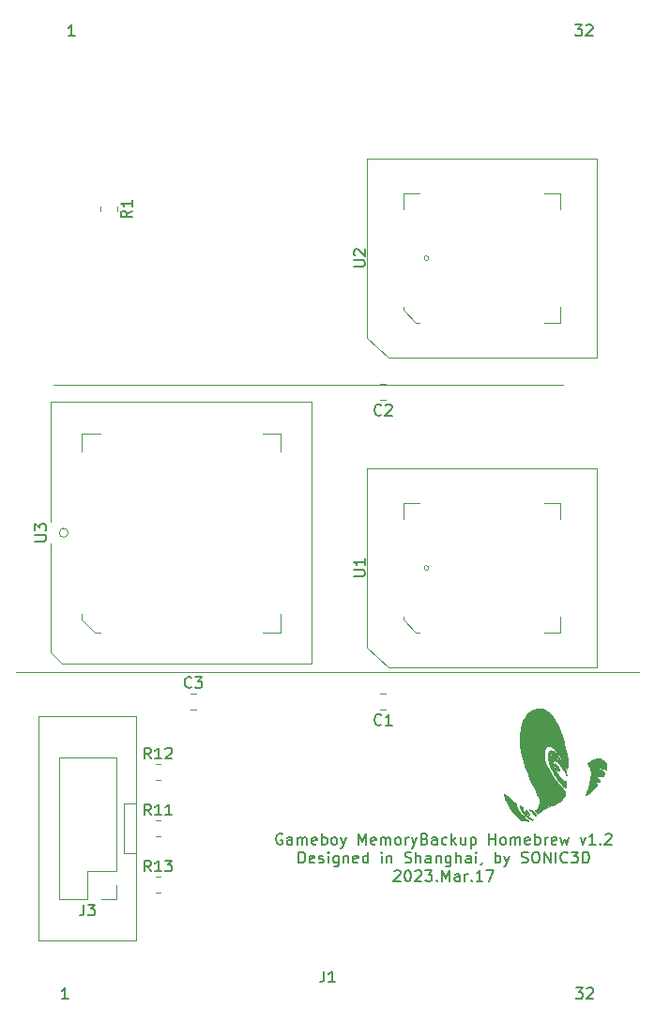
<source format=gto>
%TF.GenerationSoftware,KiCad,Pcbnew,(5.1.10-1-10_14)*%
%TF.CreationDate,2023-03-17T22:16:36+08:00*%
%TF.ProjectId,GB_MemoryBackup_Mainboard,47425f4d-656d-46f7-9279-4261636b7570,1.2*%
%TF.SameCoordinates,Original*%
%TF.FileFunction,Legend,Top*%
%TF.FilePolarity,Positive*%
%FSLAX46Y46*%
G04 Gerber Fmt 4.6, Leading zero omitted, Abs format (unit mm)*
G04 Created by KiCad (PCBNEW (5.1.10-1-10_14)) date 2023-03-17 22:16:36*
%MOMM*%
%LPD*%
G01*
G04 APERTURE LIST*
%ADD10C,0.150000*%
%ADD11C,0.100000*%
%ADD12C,0.120000*%
%ADD13C,0.010000*%
%ADD14C,0.040000*%
G04 APERTURE END LIST*
D10*
X85504571Y-132597000D02*
X85409333Y-132549380D01*
X85266476Y-132549380D01*
X85123619Y-132597000D01*
X85028380Y-132692238D01*
X84980761Y-132787476D01*
X84933142Y-132977952D01*
X84933142Y-133120809D01*
X84980761Y-133311285D01*
X85028380Y-133406523D01*
X85123619Y-133501761D01*
X85266476Y-133549380D01*
X85361714Y-133549380D01*
X85504571Y-133501761D01*
X85552190Y-133454142D01*
X85552190Y-133120809D01*
X85361714Y-133120809D01*
X86409333Y-133549380D02*
X86409333Y-133025571D01*
X86361714Y-132930333D01*
X86266476Y-132882714D01*
X86075999Y-132882714D01*
X85980761Y-132930333D01*
X86409333Y-133501761D02*
X86314095Y-133549380D01*
X86075999Y-133549380D01*
X85980761Y-133501761D01*
X85933142Y-133406523D01*
X85933142Y-133311285D01*
X85980761Y-133216047D01*
X86075999Y-133168428D01*
X86314095Y-133168428D01*
X86409333Y-133120809D01*
X86885523Y-133549380D02*
X86885523Y-132882714D01*
X86885523Y-132977952D02*
X86933142Y-132930333D01*
X87028380Y-132882714D01*
X87171238Y-132882714D01*
X87266476Y-132930333D01*
X87314095Y-133025571D01*
X87314095Y-133549380D01*
X87314095Y-133025571D02*
X87361714Y-132930333D01*
X87456952Y-132882714D01*
X87599809Y-132882714D01*
X87695047Y-132930333D01*
X87742666Y-133025571D01*
X87742666Y-133549380D01*
X88599809Y-133501761D02*
X88504571Y-133549380D01*
X88314095Y-133549380D01*
X88218857Y-133501761D01*
X88171238Y-133406523D01*
X88171238Y-133025571D01*
X88218857Y-132930333D01*
X88314095Y-132882714D01*
X88504571Y-132882714D01*
X88599809Y-132930333D01*
X88647428Y-133025571D01*
X88647428Y-133120809D01*
X88171238Y-133216047D01*
X89075999Y-133549380D02*
X89075999Y-132549380D01*
X89075999Y-132930333D02*
X89171238Y-132882714D01*
X89361714Y-132882714D01*
X89456952Y-132930333D01*
X89504571Y-132977952D01*
X89552190Y-133073190D01*
X89552190Y-133358904D01*
X89504571Y-133454142D01*
X89456952Y-133501761D01*
X89361714Y-133549380D01*
X89171238Y-133549380D01*
X89075999Y-133501761D01*
X90123619Y-133549380D02*
X90028380Y-133501761D01*
X89980761Y-133454142D01*
X89933142Y-133358904D01*
X89933142Y-133073190D01*
X89980761Y-132977952D01*
X90028380Y-132930333D01*
X90123619Y-132882714D01*
X90266476Y-132882714D01*
X90361714Y-132930333D01*
X90409333Y-132977952D01*
X90456952Y-133073190D01*
X90456952Y-133358904D01*
X90409333Y-133454142D01*
X90361714Y-133501761D01*
X90266476Y-133549380D01*
X90123619Y-133549380D01*
X90790285Y-132882714D02*
X91028380Y-133549380D01*
X91266476Y-132882714D02*
X91028380Y-133549380D01*
X90933142Y-133787476D01*
X90885523Y-133835095D01*
X90790285Y-133882714D01*
X92409333Y-133549380D02*
X92409333Y-132549380D01*
X92742666Y-133263666D01*
X93075999Y-132549380D01*
X93075999Y-133549380D01*
X93933142Y-133501761D02*
X93837904Y-133549380D01*
X93647428Y-133549380D01*
X93552190Y-133501761D01*
X93504571Y-133406523D01*
X93504571Y-133025571D01*
X93552190Y-132930333D01*
X93647428Y-132882714D01*
X93837904Y-132882714D01*
X93933142Y-132930333D01*
X93980761Y-133025571D01*
X93980761Y-133120809D01*
X93504571Y-133216047D01*
X94409333Y-133549380D02*
X94409333Y-132882714D01*
X94409333Y-132977952D02*
X94456952Y-132930333D01*
X94552190Y-132882714D01*
X94695047Y-132882714D01*
X94790285Y-132930333D01*
X94837904Y-133025571D01*
X94837904Y-133549380D01*
X94837904Y-133025571D02*
X94885523Y-132930333D01*
X94980761Y-132882714D01*
X95123619Y-132882714D01*
X95218857Y-132930333D01*
X95266476Y-133025571D01*
X95266476Y-133549380D01*
X95885523Y-133549380D02*
X95790285Y-133501761D01*
X95742666Y-133454142D01*
X95695047Y-133358904D01*
X95695047Y-133073190D01*
X95742666Y-132977952D01*
X95790285Y-132930333D01*
X95885523Y-132882714D01*
X96028380Y-132882714D01*
X96123619Y-132930333D01*
X96171238Y-132977952D01*
X96218857Y-133073190D01*
X96218857Y-133358904D01*
X96171238Y-133454142D01*
X96123619Y-133501761D01*
X96028380Y-133549380D01*
X95885523Y-133549380D01*
X96647428Y-133549380D02*
X96647428Y-132882714D01*
X96647428Y-133073190D02*
X96695047Y-132977952D01*
X96742666Y-132930333D01*
X96837904Y-132882714D01*
X96933142Y-132882714D01*
X97171238Y-132882714D02*
X97409333Y-133549380D01*
X97647428Y-132882714D02*
X97409333Y-133549380D01*
X97314095Y-133787476D01*
X97266476Y-133835095D01*
X97171238Y-133882714D01*
X98361714Y-133025571D02*
X98504571Y-133073190D01*
X98552190Y-133120809D01*
X98599809Y-133216047D01*
X98599809Y-133358904D01*
X98552190Y-133454142D01*
X98504571Y-133501761D01*
X98409333Y-133549380D01*
X98028380Y-133549380D01*
X98028380Y-132549380D01*
X98361714Y-132549380D01*
X98456952Y-132597000D01*
X98504571Y-132644619D01*
X98552190Y-132739857D01*
X98552190Y-132835095D01*
X98504571Y-132930333D01*
X98456952Y-132977952D01*
X98361714Y-133025571D01*
X98028380Y-133025571D01*
X99456952Y-133549380D02*
X99456952Y-133025571D01*
X99409333Y-132930333D01*
X99314095Y-132882714D01*
X99123619Y-132882714D01*
X99028380Y-132930333D01*
X99456952Y-133501761D02*
X99361714Y-133549380D01*
X99123619Y-133549380D01*
X99028380Y-133501761D01*
X98980761Y-133406523D01*
X98980761Y-133311285D01*
X99028380Y-133216047D01*
X99123619Y-133168428D01*
X99361714Y-133168428D01*
X99456952Y-133120809D01*
X100361714Y-133501761D02*
X100266476Y-133549380D01*
X100075999Y-133549380D01*
X99980761Y-133501761D01*
X99933142Y-133454142D01*
X99885523Y-133358904D01*
X99885523Y-133073190D01*
X99933142Y-132977952D01*
X99980761Y-132930333D01*
X100075999Y-132882714D01*
X100266476Y-132882714D01*
X100361714Y-132930333D01*
X100790285Y-133549380D02*
X100790285Y-132549380D01*
X100885523Y-133168428D02*
X101171238Y-133549380D01*
X101171238Y-132882714D02*
X100790285Y-133263666D01*
X102028380Y-132882714D02*
X102028380Y-133549380D01*
X101599809Y-132882714D02*
X101599809Y-133406523D01*
X101647428Y-133501761D01*
X101742666Y-133549380D01*
X101885523Y-133549380D01*
X101980761Y-133501761D01*
X102028380Y-133454142D01*
X102504571Y-132882714D02*
X102504571Y-133882714D01*
X102504571Y-132930333D02*
X102599809Y-132882714D01*
X102790285Y-132882714D01*
X102885523Y-132930333D01*
X102933142Y-132977952D01*
X102980761Y-133073190D01*
X102980761Y-133358904D01*
X102933142Y-133454142D01*
X102885523Y-133501761D01*
X102790285Y-133549380D01*
X102599809Y-133549380D01*
X102504571Y-133501761D01*
X104171238Y-133549380D02*
X104171238Y-132549380D01*
X104171238Y-133025571D02*
X104742666Y-133025571D01*
X104742666Y-133549380D02*
X104742666Y-132549380D01*
X105361714Y-133549380D02*
X105266476Y-133501761D01*
X105218857Y-133454142D01*
X105171238Y-133358904D01*
X105171238Y-133073190D01*
X105218857Y-132977952D01*
X105266476Y-132930333D01*
X105361714Y-132882714D01*
X105504571Y-132882714D01*
X105599809Y-132930333D01*
X105647428Y-132977952D01*
X105695047Y-133073190D01*
X105695047Y-133358904D01*
X105647428Y-133454142D01*
X105599809Y-133501761D01*
X105504571Y-133549380D01*
X105361714Y-133549380D01*
X106123619Y-133549380D02*
X106123619Y-132882714D01*
X106123619Y-132977952D02*
X106171238Y-132930333D01*
X106266476Y-132882714D01*
X106409333Y-132882714D01*
X106504571Y-132930333D01*
X106552190Y-133025571D01*
X106552190Y-133549380D01*
X106552190Y-133025571D02*
X106599809Y-132930333D01*
X106695047Y-132882714D01*
X106837904Y-132882714D01*
X106933142Y-132930333D01*
X106980761Y-133025571D01*
X106980761Y-133549380D01*
X107837904Y-133501761D02*
X107742666Y-133549380D01*
X107552190Y-133549380D01*
X107456952Y-133501761D01*
X107409333Y-133406523D01*
X107409333Y-133025571D01*
X107456952Y-132930333D01*
X107552190Y-132882714D01*
X107742666Y-132882714D01*
X107837904Y-132930333D01*
X107885523Y-133025571D01*
X107885523Y-133120809D01*
X107409333Y-133216047D01*
X108314095Y-133549380D02*
X108314095Y-132549380D01*
X108314095Y-132930333D02*
X108409333Y-132882714D01*
X108599809Y-132882714D01*
X108695047Y-132930333D01*
X108742666Y-132977952D01*
X108790285Y-133073190D01*
X108790285Y-133358904D01*
X108742666Y-133454142D01*
X108695047Y-133501761D01*
X108599809Y-133549380D01*
X108409333Y-133549380D01*
X108314095Y-133501761D01*
X109218857Y-133549380D02*
X109218857Y-132882714D01*
X109218857Y-133073190D02*
X109266476Y-132977952D01*
X109314095Y-132930333D01*
X109409333Y-132882714D01*
X109504571Y-132882714D01*
X110218857Y-133501761D02*
X110123619Y-133549380D01*
X109933142Y-133549380D01*
X109837904Y-133501761D01*
X109790285Y-133406523D01*
X109790285Y-133025571D01*
X109837904Y-132930333D01*
X109933142Y-132882714D01*
X110123619Y-132882714D01*
X110218857Y-132930333D01*
X110266476Y-133025571D01*
X110266476Y-133120809D01*
X109790285Y-133216047D01*
X110599809Y-132882714D02*
X110790285Y-133549380D01*
X110980761Y-133073190D01*
X111171238Y-133549380D01*
X111361714Y-132882714D01*
X112409333Y-132882714D02*
X112647428Y-133549380D01*
X112885523Y-132882714D01*
X113790285Y-133549380D02*
X113218857Y-133549380D01*
X113504571Y-133549380D02*
X113504571Y-132549380D01*
X113409333Y-132692238D01*
X113314095Y-132787476D01*
X113218857Y-132835095D01*
X114218857Y-133454142D02*
X114266476Y-133501761D01*
X114218857Y-133549380D01*
X114171238Y-133501761D01*
X114218857Y-133454142D01*
X114218857Y-133549380D01*
X114647428Y-132644619D02*
X114695047Y-132597000D01*
X114790285Y-132549380D01*
X115028380Y-132549380D01*
X115123619Y-132597000D01*
X115171238Y-132644619D01*
X115218857Y-132739857D01*
X115218857Y-132835095D01*
X115171238Y-132977952D01*
X114599809Y-133549380D01*
X115218857Y-133549380D01*
X87004571Y-135199380D02*
X87004571Y-134199380D01*
X87242666Y-134199380D01*
X87385523Y-134247000D01*
X87480761Y-134342238D01*
X87528380Y-134437476D01*
X87576000Y-134627952D01*
X87576000Y-134770809D01*
X87528380Y-134961285D01*
X87480761Y-135056523D01*
X87385523Y-135151761D01*
X87242666Y-135199380D01*
X87004571Y-135199380D01*
X88385523Y-135151761D02*
X88290285Y-135199380D01*
X88099809Y-135199380D01*
X88004571Y-135151761D01*
X87956952Y-135056523D01*
X87956952Y-134675571D01*
X88004571Y-134580333D01*
X88099809Y-134532714D01*
X88290285Y-134532714D01*
X88385523Y-134580333D01*
X88433142Y-134675571D01*
X88433142Y-134770809D01*
X87956952Y-134866047D01*
X88814095Y-135151761D02*
X88909333Y-135199380D01*
X89099809Y-135199380D01*
X89195047Y-135151761D01*
X89242666Y-135056523D01*
X89242666Y-135008904D01*
X89195047Y-134913666D01*
X89099809Y-134866047D01*
X88956952Y-134866047D01*
X88861714Y-134818428D01*
X88814095Y-134723190D01*
X88814095Y-134675571D01*
X88861714Y-134580333D01*
X88956952Y-134532714D01*
X89099809Y-134532714D01*
X89195047Y-134580333D01*
X89671238Y-135199380D02*
X89671238Y-134532714D01*
X89671238Y-134199380D02*
X89623619Y-134247000D01*
X89671238Y-134294619D01*
X89718857Y-134247000D01*
X89671238Y-134199380D01*
X89671238Y-134294619D01*
X90576000Y-134532714D02*
X90576000Y-135342238D01*
X90528380Y-135437476D01*
X90480761Y-135485095D01*
X90385523Y-135532714D01*
X90242666Y-135532714D01*
X90147428Y-135485095D01*
X90576000Y-135151761D02*
X90480761Y-135199380D01*
X90290285Y-135199380D01*
X90195047Y-135151761D01*
X90147428Y-135104142D01*
X90099809Y-135008904D01*
X90099809Y-134723190D01*
X90147428Y-134627952D01*
X90195047Y-134580333D01*
X90290285Y-134532714D01*
X90480761Y-134532714D01*
X90576000Y-134580333D01*
X91052190Y-134532714D02*
X91052190Y-135199380D01*
X91052190Y-134627952D02*
X91099809Y-134580333D01*
X91195047Y-134532714D01*
X91337904Y-134532714D01*
X91433142Y-134580333D01*
X91480761Y-134675571D01*
X91480761Y-135199380D01*
X92337904Y-135151761D02*
X92242666Y-135199380D01*
X92052190Y-135199380D01*
X91956952Y-135151761D01*
X91909333Y-135056523D01*
X91909333Y-134675571D01*
X91956952Y-134580333D01*
X92052190Y-134532714D01*
X92242666Y-134532714D01*
X92337904Y-134580333D01*
X92385523Y-134675571D01*
X92385523Y-134770809D01*
X91909333Y-134866047D01*
X93242666Y-135199380D02*
X93242666Y-134199380D01*
X93242666Y-135151761D02*
X93147428Y-135199380D01*
X92956952Y-135199380D01*
X92861714Y-135151761D01*
X92814095Y-135104142D01*
X92766476Y-135008904D01*
X92766476Y-134723190D01*
X92814095Y-134627952D01*
X92861714Y-134580333D01*
X92956952Y-134532714D01*
X93147428Y-134532714D01*
X93242666Y-134580333D01*
X94480761Y-135199380D02*
X94480761Y-134532714D01*
X94480761Y-134199380D02*
X94433142Y-134247000D01*
X94480761Y-134294619D01*
X94528380Y-134247000D01*
X94480761Y-134199380D01*
X94480761Y-134294619D01*
X94956952Y-134532714D02*
X94956952Y-135199380D01*
X94956952Y-134627952D02*
X95004571Y-134580333D01*
X95099809Y-134532714D01*
X95242666Y-134532714D01*
X95337904Y-134580333D01*
X95385523Y-134675571D01*
X95385523Y-135199380D01*
X96576000Y-135151761D02*
X96718857Y-135199380D01*
X96956952Y-135199380D01*
X97052190Y-135151761D01*
X97099809Y-135104142D01*
X97147428Y-135008904D01*
X97147428Y-134913666D01*
X97099809Y-134818428D01*
X97052190Y-134770809D01*
X96956952Y-134723190D01*
X96766476Y-134675571D01*
X96671238Y-134627952D01*
X96623619Y-134580333D01*
X96576000Y-134485095D01*
X96576000Y-134389857D01*
X96623619Y-134294619D01*
X96671238Y-134247000D01*
X96766476Y-134199380D01*
X97004571Y-134199380D01*
X97147428Y-134247000D01*
X97576000Y-135199380D02*
X97576000Y-134199380D01*
X98004571Y-135199380D02*
X98004571Y-134675571D01*
X97956952Y-134580333D01*
X97861714Y-134532714D01*
X97718857Y-134532714D01*
X97623619Y-134580333D01*
X97576000Y-134627952D01*
X98909333Y-135199380D02*
X98909333Y-134675571D01*
X98861714Y-134580333D01*
X98766476Y-134532714D01*
X98576000Y-134532714D01*
X98480761Y-134580333D01*
X98909333Y-135151761D02*
X98814095Y-135199380D01*
X98576000Y-135199380D01*
X98480761Y-135151761D01*
X98433142Y-135056523D01*
X98433142Y-134961285D01*
X98480761Y-134866047D01*
X98576000Y-134818428D01*
X98814095Y-134818428D01*
X98909333Y-134770809D01*
X99385523Y-134532714D02*
X99385523Y-135199380D01*
X99385523Y-134627952D02*
X99433142Y-134580333D01*
X99528380Y-134532714D01*
X99671238Y-134532714D01*
X99766476Y-134580333D01*
X99814095Y-134675571D01*
X99814095Y-135199380D01*
X100718857Y-134532714D02*
X100718857Y-135342238D01*
X100671238Y-135437476D01*
X100623619Y-135485095D01*
X100528380Y-135532714D01*
X100385523Y-135532714D01*
X100290285Y-135485095D01*
X100718857Y-135151761D02*
X100623619Y-135199380D01*
X100433142Y-135199380D01*
X100337904Y-135151761D01*
X100290285Y-135104142D01*
X100242666Y-135008904D01*
X100242666Y-134723190D01*
X100290285Y-134627952D01*
X100337904Y-134580333D01*
X100433142Y-134532714D01*
X100623619Y-134532714D01*
X100718857Y-134580333D01*
X101195047Y-135199380D02*
X101195047Y-134199380D01*
X101623619Y-135199380D02*
X101623619Y-134675571D01*
X101576000Y-134580333D01*
X101480761Y-134532714D01*
X101337904Y-134532714D01*
X101242666Y-134580333D01*
X101195047Y-134627952D01*
X102528380Y-135199380D02*
X102528380Y-134675571D01*
X102480761Y-134580333D01*
X102385523Y-134532714D01*
X102195047Y-134532714D01*
X102099809Y-134580333D01*
X102528380Y-135151761D02*
X102433142Y-135199380D01*
X102195047Y-135199380D01*
X102099809Y-135151761D01*
X102052190Y-135056523D01*
X102052190Y-134961285D01*
X102099809Y-134866047D01*
X102195047Y-134818428D01*
X102433142Y-134818428D01*
X102528380Y-134770809D01*
X103004571Y-135199380D02*
X103004571Y-134532714D01*
X103004571Y-134199380D02*
X102956952Y-134247000D01*
X103004571Y-134294619D01*
X103052190Y-134247000D01*
X103004571Y-134199380D01*
X103004571Y-134294619D01*
X103528380Y-135151761D02*
X103528380Y-135199380D01*
X103480761Y-135294619D01*
X103433142Y-135342238D01*
X104718857Y-135199380D02*
X104718857Y-134199380D01*
X104718857Y-134580333D02*
X104814095Y-134532714D01*
X105004571Y-134532714D01*
X105099809Y-134580333D01*
X105147428Y-134627952D01*
X105195047Y-134723190D01*
X105195047Y-135008904D01*
X105147428Y-135104142D01*
X105099809Y-135151761D01*
X105004571Y-135199380D01*
X104814095Y-135199380D01*
X104718857Y-135151761D01*
X105528380Y-134532714D02*
X105766476Y-135199380D01*
X106004571Y-134532714D02*
X105766476Y-135199380D01*
X105671238Y-135437476D01*
X105623619Y-135485095D01*
X105528380Y-135532714D01*
X107099809Y-135151761D02*
X107242666Y-135199380D01*
X107480761Y-135199380D01*
X107576000Y-135151761D01*
X107623619Y-135104142D01*
X107671238Y-135008904D01*
X107671238Y-134913666D01*
X107623619Y-134818428D01*
X107576000Y-134770809D01*
X107480761Y-134723190D01*
X107290285Y-134675571D01*
X107195047Y-134627952D01*
X107147428Y-134580333D01*
X107099809Y-134485095D01*
X107099809Y-134389857D01*
X107147428Y-134294619D01*
X107195047Y-134247000D01*
X107290285Y-134199380D01*
X107528380Y-134199380D01*
X107671238Y-134247000D01*
X108290285Y-134199380D02*
X108480761Y-134199380D01*
X108576000Y-134247000D01*
X108671238Y-134342238D01*
X108718857Y-134532714D01*
X108718857Y-134866047D01*
X108671238Y-135056523D01*
X108576000Y-135151761D01*
X108480761Y-135199380D01*
X108290285Y-135199380D01*
X108195047Y-135151761D01*
X108099809Y-135056523D01*
X108052190Y-134866047D01*
X108052190Y-134532714D01*
X108099809Y-134342238D01*
X108195047Y-134247000D01*
X108290285Y-134199380D01*
X109147428Y-135199380D02*
X109147428Y-134199380D01*
X109718857Y-135199380D01*
X109718857Y-134199380D01*
X110195047Y-135199380D02*
X110195047Y-134199380D01*
X111242666Y-135104142D02*
X111195047Y-135151761D01*
X111052190Y-135199380D01*
X110956952Y-135199380D01*
X110814095Y-135151761D01*
X110718857Y-135056523D01*
X110671238Y-134961285D01*
X110623619Y-134770809D01*
X110623619Y-134627952D01*
X110671238Y-134437476D01*
X110718857Y-134342238D01*
X110814095Y-134247000D01*
X110956952Y-134199380D01*
X111052190Y-134199380D01*
X111195047Y-134247000D01*
X111242666Y-134294619D01*
X111576000Y-134199380D02*
X112195047Y-134199380D01*
X111861714Y-134580333D01*
X112004571Y-134580333D01*
X112099809Y-134627952D01*
X112147428Y-134675571D01*
X112195047Y-134770809D01*
X112195047Y-135008904D01*
X112147428Y-135104142D01*
X112099809Y-135151761D01*
X112004571Y-135199380D01*
X111718857Y-135199380D01*
X111623619Y-135151761D01*
X111576000Y-135104142D01*
X112623619Y-135199380D02*
X112623619Y-134199380D01*
X112861714Y-134199380D01*
X113004571Y-134247000D01*
X113099809Y-134342238D01*
X113147428Y-134437476D01*
X113195047Y-134627952D01*
X113195047Y-134770809D01*
X113147428Y-134961285D01*
X113099809Y-135056523D01*
X113004571Y-135151761D01*
X112861714Y-135199380D01*
X112623619Y-135199380D01*
X95599809Y-135944619D02*
X95647428Y-135897000D01*
X95742666Y-135849380D01*
X95980761Y-135849380D01*
X96076000Y-135897000D01*
X96123619Y-135944619D01*
X96171238Y-136039857D01*
X96171238Y-136135095D01*
X96123619Y-136277952D01*
X95552190Y-136849380D01*
X96171238Y-136849380D01*
X96790285Y-135849380D02*
X96885523Y-135849380D01*
X96980761Y-135897000D01*
X97028380Y-135944619D01*
X97076000Y-136039857D01*
X97123619Y-136230333D01*
X97123619Y-136468428D01*
X97076000Y-136658904D01*
X97028380Y-136754142D01*
X96980761Y-136801761D01*
X96885523Y-136849380D01*
X96790285Y-136849380D01*
X96695047Y-136801761D01*
X96647428Y-136754142D01*
X96599809Y-136658904D01*
X96552190Y-136468428D01*
X96552190Y-136230333D01*
X96599809Y-136039857D01*
X96647428Y-135944619D01*
X96695047Y-135897000D01*
X96790285Y-135849380D01*
X97504571Y-135944619D02*
X97552190Y-135897000D01*
X97647428Y-135849380D01*
X97885523Y-135849380D01*
X97980761Y-135897000D01*
X98028380Y-135944619D01*
X98076000Y-136039857D01*
X98076000Y-136135095D01*
X98028380Y-136277952D01*
X97456952Y-136849380D01*
X98076000Y-136849380D01*
X98409333Y-135849380D02*
X99028380Y-135849380D01*
X98695047Y-136230333D01*
X98837904Y-136230333D01*
X98933142Y-136277952D01*
X98980761Y-136325571D01*
X99028380Y-136420809D01*
X99028380Y-136658904D01*
X98980761Y-136754142D01*
X98933142Y-136801761D01*
X98837904Y-136849380D01*
X98552190Y-136849380D01*
X98456952Y-136801761D01*
X98409333Y-136754142D01*
X99456952Y-136754142D02*
X99504571Y-136801761D01*
X99456952Y-136849380D01*
X99409333Y-136801761D01*
X99456952Y-136754142D01*
X99456952Y-136849380D01*
X99933142Y-136849380D02*
X99933142Y-135849380D01*
X100266476Y-136563666D01*
X100599809Y-135849380D01*
X100599809Y-136849380D01*
X101504571Y-136849380D02*
X101504571Y-136325571D01*
X101456952Y-136230333D01*
X101361714Y-136182714D01*
X101171238Y-136182714D01*
X101076000Y-136230333D01*
X101504571Y-136801761D02*
X101409333Y-136849380D01*
X101171238Y-136849380D01*
X101076000Y-136801761D01*
X101028380Y-136706523D01*
X101028380Y-136611285D01*
X101076000Y-136516047D01*
X101171238Y-136468428D01*
X101409333Y-136468428D01*
X101504571Y-136420809D01*
X101980761Y-136849380D02*
X101980761Y-136182714D01*
X101980761Y-136373190D02*
X102028380Y-136277952D01*
X102076000Y-136230333D01*
X102171238Y-136182714D01*
X102266476Y-136182714D01*
X102599809Y-136754142D02*
X102647428Y-136801761D01*
X102599809Y-136849380D01*
X102552190Y-136801761D01*
X102599809Y-136754142D01*
X102599809Y-136849380D01*
X103599809Y-136849380D02*
X103028380Y-136849380D01*
X103314095Y-136849380D02*
X103314095Y-135849380D01*
X103218857Y-135992238D01*
X103123619Y-136087476D01*
X103028380Y-136135095D01*
X103933142Y-135849380D02*
X104599809Y-135849380D01*
X104171238Y-136849380D01*
D11*
X64900000Y-92100000D02*
X110850000Y-92100000D01*
X61500000Y-118000000D02*
X117700000Y-118000000D01*
D12*
%TO.C,U2*%
X98711155Y-80645000D02*
G75*
G03*
X98711155Y-80645000I-206155J0D01*
G01*
X96410000Y-76275000D02*
X96410000Y-74820000D01*
X96410000Y-74820000D02*
X97865000Y-74820000D01*
X110600000Y-85015000D02*
X110600000Y-86470000D01*
X110600000Y-86470000D02*
X109145000Y-86470000D01*
X110600000Y-76275000D02*
X110600000Y-74820000D01*
X110600000Y-74820000D02*
X109145000Y-74820000D01*
X96410000Y-85015000D02*
X96410000Y-85297782D01*
X96410000Y-85297782D02*
X97582218Y-86470000D01*
X97582218Y-86470000D02*
X97865000Y-86470000D01*
X113855000Y-89595000D02*
X95100000Y-89595000D01*
X113855000Y-71695000D02*
X113855000Y-89595000D01*
X93155000Y-71695000D02*
X113855000Y-71695000D01*
X93155000Y-87830000D02*
X93155000Y-71695000D01*
X95100000Y-89595000D02*
X93155000Y-87830000D01*
%TO.C,U1*%
X98711155Y-108585000D02*
G75*
G03*
X98711155Y-108585000I-206155J0D01*
G01*
X96410000Y-104215000D02*
X96410000Y-102760000D01*
X96410000Y-102760000D02*
X97865000Y-102760000D01*
X110600000Y-112955000D02*
X110600000Y-114410000D01*
X110600000Y-114410000D02*
X109145000Y-114410000D01*
X110600000Y-104215000D02*
X110600000Y-102760000D01*
X110600000Y-102760000D02*
X109145000Y-102760000D01*
X96410000Y-112955000D02*
X96410000Y-113237782D01*
X96410000Y-113237782D02*
X97582218Y-114410000D01*
X97582218Y-114410000D02*
X97865000Y-114410000D01*
X113855000Y-117535000D02*
X95100000Y-117535000D01*
X113855000Y-99635000D02*
X113855000Y-117535000D01*
X93155000Y-99635000D02*
X113855000Y-99635000D01*
X93155000Y-115770000D02*
X93155000Y-99635000D01*
X95100000Y-117535000D02*
X93155000Y-115770000D01*
D13*
%TO.C,G\u002A\u002A\u002A*%
G36*
X110103111Y-125357286D02*
G01*
X110148184Y-125377532D01*
X110149739Y-125403118D01*
X110130111Y-125439625D01*
X110104074Y-125427471D01*
X110078737Y-125398417D01*
X110059641Y-125363521D01*
X110094527Y-125356727D01*
X110103111Y-125357286D01*
G37*
X110103111Y-125357286D02*
X110148184Y-125377532D01*
X110149739Y-125403118D01*
X110130111Y-125439625D01*
X110104074Y-125427471D01*
X110078737Y-125398417D01*
X110059641Y-125363521D01*
X110094527Y-125356727D01*
X110103111Y-125357286D01*
G36*
X110806577Y-126357410D02*
G01*
X110807500Y-126365000D01*
X110783339Y-126395827D01*
X110775750Y-126396750D01*
X110744922Y-126372589D01*
X110744000Y-126365000D01*
X110768160Y-126334172D01*
X110775750Y-126333250D01*
X110806577Y-126357410D01*
G37*
X110806577Y-126357410D02*
X110807500Y-126365000D01*
X110783339Y-126395827D01*
X110775750Y-126396750D01*
X110744922Y-126372589D01*
X110744000Y-126365000D01*
X110768160Y-126334172D01*
X110775750Y-126333250D01*
X110806577Y-126357410D01*
G36*
X110643844Y-127774843D02*
G01*
X110677929Y-127806812D01*
X110670937Y-127825190D01*
X110666498Y-127825500D01*
X110639644Y-127802948D01*
X110629843Y-127788844D01*
X110626100Y-127767117D01*
X110643844Y-127774843D01*
G37*
X110643844Y-127774843D02*
X110677929Y-127806812D01*
X110670937Y-127825190D01*
X110666498Y-127825500D01*
X110639644Y-127802948D01*
X110629843Y-127788844D01*
X110626100Y-127767117D01*
X110643844Y-127774843D01*
G36*
X109535026Y-125213959D02*
G01*
X109534782Y-125222000D01*
X109521116Y-125290065D01*
X109505750Y-125333125D01*
X109478463Y-125396625D01*
X109476717Y-125333125D01*
X109490315Y-125255180D01*
X109505750Y-125222000D01*
X109530234Y-125190396D01*
X109535026Y-125213959D01*
G37*
X109535026Y-125213959D02*
X109534782Y-125222000D01*
X109521116Y-125290065D01*
X109505750Y-125333125D01*
X109478463Y-125396625D01*
X109476717Y-125333125D01*
X109490315Y-125255180D01*
X109505750Y-125222000D01*
X109530234Y-125190396D01*
X109535026Y-125213959D01*
G36*
X109950250Y-125428375D02*
G01*
X109934375Y-125444250D01*
X109918500Y-125428375D01*
X109934375Y-125412500D01*
X109950250Y-125428375D01*
G37*
X109950250Y-125428375D02*
X109934375Y-125444250D01*
X109918500Y-125428375D01*
X109934375Y-125412500D01*
X109950250Y-125428375D01*
G36*
X110267311Y-125660017D02*
G01*
X110279231Y-125682375D01*
X110291583Y-125722405D01*
X110290566Y-125727493D01*
X110259532Y-125715243D01*
X110243937Y-125708972D01*
X110209215Y-125677561D01*
X110209872Y-125643938D01*
X110232603Y-125634750D01*
X110267311Y-125660017D01*
G37*
X110267311Y-125660017D02*
X110279231Y-125682375D01*
X110291583Y-125722405D01*
X110290566Y-125727493D01*
X110259532Y-125715243D01*
X110243937Y-125708972D01*
X110209215Y-125677561D01*
X110209872Y-125643938D01*
X110232603Y-125634750D01*
X110267311Y-125660017D01*
G36*
X109783037Y-125808533D02*
G01*
X109791500Y-125825250D01*
X109786623Y-125852973D01*
X109759138Y-125844728D01*
X109728000Y-125825250D01*
X109698811Y-125800644D01*
X109728819Y-125794088D01*
X109735937Y-125793986D01*
X109783037Y-125808533D01*
G37*
X109783037Y-125808533D02*
X109791500Y-125825250D01*
X109786623Y-125852973D01*
X109759138Y-125844728D01*
X109728000Y-125825250D01*
X109698811Y-125800644D01*
X109728819Y-125794088D01*
X109735937Y-125793986D01*
X109783037Y-125808533D01*
G36*
X110167587Y-125786637D02*
G01*
X110214766Y-125811650D01*
X110246475Y-125807053D01*
X110290544Y-125804153D01*
X110299500Y-125818150D01*
X110273437Y-125849365D01*
X110217986Y-125870261D01*
X110167256Y-125869717D01*
X110158463Y-125864130D01*
X110142870Y-125820294D01*
X110141236Y-125796145D01*
X110148216Y-125765315D01*
X110167587Y-125786637D01*
G37*
X110167587Y-125786637D02*
X110214766Y-125811650D01*
X110246475Y-125807053D01*
X110290544Y-125804153D01*
X110299500Y-125818150D01*
X110273437Y-125849365D01*
X110217986Y-125870261D01*
X110167256Y-125869717D01*
X110158463Y-125864130D01*
X110142870Y-125820294D01*
X110141236Y-125796145D01*
X110148216Y-125765315D01*
X110167587Y-125786637D01*
G36*
X109814957Y-125901624D02*
G01*
X109818987Y-125935884D01*
X109785349Y-125962766D01*
X109742858Y-125963341D01*
X109702707Y-125965287D01*
X109696250Y-125980603D01*
X109674034Y-126014121D01*
X109664500Y-126015750D01*
X109633795Y-125991482D01*
X109632750Y-125983214D01*
X109658546Y-125951729D01*
X109716812Y-125919278D01*
X109778863Y-125898707D01*
X109814957Y-125901624D01*
G37*
X109814957Y-125901624D02*
X109818987Y-125935884D01*
X109785349Y-125962766D01*
X109742858Y-125963341D01*
X109702707Y-125965287D01*
X109696250Y-125980603D01*
X109674034Y-126014121D01*
X109664500Y-126015750D01*
X109633795Y-125991482D01*
X109632750Y-125983214D01*
X109658546Y-125951729D01*
X109716812Y-125919278D01*
X109778863Y-125898707D01*
X109814957Y-125901624D01*
G36*
X109852002Y-125058629D02*
G01*
X109913701Y-125086059D01*
X109987996Y-125132844D01*
X110079647Y-125206983D01*
X110175754Y-125295729D01*
X110263418Y-125386337D01*
X110329740Y-125466058D01*
X110361819Y-125522146D01*
X110363000Y-125530031D01*
X110380408Y-125568022D01*
X110391391Y-125571250D01*
X110411133Y-125598286D01*
X110415203Y-125650602D01*
X110400636Y-125716468D01*
X110371317Y-125724829D01*
X110344931Y-125694700D01*
X110347072Y-125649806D01*
X110362322Y-125635168D01*
X110382203Y-125604458D01*
X110369101Y-125590895D01*
X110332022Y-125595727D01*
X110323250Y-125610739D01*
X110302521Y-125634522D01*
X110260746Y-125610127D01*
X110218285Y-125587182D01*
X110193263Y-125617708D01*
X110191420Y-125622386D01*
X110171537Y-125657508D01*
X110141423Y-125647028D01*
X110113775Y-125623196D01*
X110036325Y-125577917D01*
X109969190Y-125581134D01*
X109928538Y-125631789D01*
X109927524Y-125635419D01*
X109904587Y-125678381D01*
X109870704Y-125666358D01*
X109830964Y-125653728D01*
X109812079Y-125681564D01*
X109771376Y-125724281D01*
X109747629Y-125730000D01*
X109719756Y-125719087D01*
X109721150Y-125675815D01*
X109735571Y-125626812D01*
X109761739Y-125544439D01*
X109778950Y-125485847D01*
X109779442Y-125483937D01*
X109815128Y-125448329D01*
X109837132Y-125444250D01*
X109870361Y-125465608D01*
X109867714Y-125488663D01*
X109867703Y-125537800D01*
X109878163Y-125550068D01*
X109928829Y-125552474D01*
X109969731Y-125506235D01*
X109987873Y-125426123D01*
X109987893Y-125425336D01*
X109987610Y-125324523D01*
X109978456Y-125272455D01*
X109956958Y-125254606D01*
X109946853Y-125253750D01*
X109925623Y-125276845D01*
X109929981Y-125301375D01*
X109925051Y-125340013D01*
X109882311Y-125349000D01*
X109835512Y-125337635D01*
X109831213Y-125291736D01*
X109835378Y-125273248D01*
X109836556Y-125236562D01*
X110024333Y-125236562D01*
X110046641Y-125265157D01*
X110074604Y-125261214D01*
X110106832Y-125253336D01*
X110096655Y-125275633D01*
X110073529Y-125303928D01*
X110026928Y-125381412D01*
X110030650Y-125435759D01*
X110082616Y-125457820D01*
X110108237Y-125456669D01*
X110197683Y-125472819D01*
X110236954Y-125509074D01*
X110283137Y-125558916D01*
X110313272Y-125568120D01*
X110314646Y-125534187D01*
X110310981Y-125523625D01*
X110278784Y-125481586D01*
X110262479Y-125476000D01*
X110247980Y-125455768D01*
X110254906Y-125439344D01*
X110258669Y-125417321D01*
X110244515Y-125423112D01*
X110212144Y-125414016D01*
X110194121Y-125377198D01*
X110166114Y-125331335D01*
X110137491Y-125335138D01*
X110111546Y-125339289D01*
X110118297Y-125307067D01*
X110111689Y-125249556D01*
X110081359Y-125224199D01*
X110035337Y-125210728D01*
X110024333Y-125236562D01*
X109836556Y-125236562D01*
X109837377Y-125211029D01*
X109794353Y-125181825D01*
X109791151Y-125180959D01*
X109748370Y-125178954D01*
X109745704Y-125193210D01*
X109739495Y-125219898D01*
X109727227Y-125222000D01*
X109701833Y-125244644D01*
X109703910Y-125260855D01*
X109699903Y-125315533D01*
X109675199Y-125379917D01*
X109653353Y-125439835D01*
X109659720Y-125468983D01*
X109670630Y-125502493D01*
X109668961Y-125577775D01*
X109662816Y-125627733D01*
X109651711Y-125720183D01*
X109649739Y-125784638D01*
X109652632Y-125799243D01*
X109643001Y-125832556D01*
X109630759Y-125842355D01*
X109611223Y-125890027D01*
X109613887Y-125991369D01*
X109617345Y-126019174D01*
X109625855Y-126123013D01*
X109617444Y-126169601D01*
X109596229Y-126161603D01*
X109566324Y-126101682D01*
X109531844Y-125992504D01*
X109523065Y-125958127D01*
X109498115Y-125828179D01*
X109484213Y-125696549D01*
X109481399Y-125577660D01*
X109489712Y-125485932D01*
X109509192Y-125435788D01*
X109521625Y-125430632D01*
X109551218Y-125459344D01*
X109561042Y-125494132D01*
X109564613Y-125535680D01*
X109553393Y-125519739D01*
X109541005Y-125491875D01*
X109523408Y-125463546D01*
X109514556Y-125487444D01*
X109511834Y-125555375D01*
X109514828Y-125688509D01*
X109525864Y-125790749D01*
X109542984Y-125852240D01*
X109564232Y-125863129D01*
X109571279Y-125854803D01*
X109593269Y-125788297D01*
X109598282Y-125730000D01*
X109594820Y-125677086D01*
X109583169Y-125683601D01*
X109569250Y-125714125D01*
X109547871Y-125750258D01*
X109539347Y-125737436D01*
X109543305Y-125688811D01*
X109559376Y-125617535D01*
X109573218Y-125573512D01*
X109592969Y-125473973D01*
X109572029Y-125390047D01*
X109550369Y-125326043D01*
X109551504Y-125292662D01*
X109573490Y-125305371D01*
X109598305Y-125352327D01*
X109621113Y-125396257D01*
X109630513Y-125379139D01*
X109630737Y-125374686D01*
X109614451Y-125316382D01*
X109598234Y-125299665D01*
X109576542Y-125255365D01*
X109579386Y-125218416D01*
X109576854Y-125169661D01*
X109558340Y-125158290D01*
X109557000Y-125143508D01*
X109564617Y-125136952D01*
X109631649Y-125136952D01*
X109659015Y-125148857D01*
X109704252Y-125132795D01*
X109711347Y-125127395D01*
X109758698Y-125104612D01*
X109813989Y-125125582D01*
X109831177Y-125137080D01*
X109900529Y-125176781D01*
X109947974Y-125189368D01*
X109961250Y-125174560D01*
X109935742Y-125139456D01*
X109874646Y-125106734D01*
X109787011Y-125087647D01*
X109701070Y-125085571D01*
X109645059Y-125103881D01*
X109644306Y-125104610D01*
X109631649Y-125136952D01*
X109564617Y-125136952D01*
X109599362Y-125107049D01*
X109616875Y-125095000D01*
X109699751Y-125047828D01*
X109769355Y-125035969D01*
X109852002Y-125058629D01*
G37*
X109852002Y-125058629D02*
X109913701Y-125086059D01*
X109987996Y-125132844D01*
X110079647Y-125206983D01*
X110175754Y-125295729D01*
X110263418Y-125386337D01*
X110329740Y-125466058D01*
X110361819Y-125522146D01*
X110363000Y-125530031D01*
X110380408Y-125568022D01*
X110391391Y-125571250D01*
X110411133Y-125598286D01*
X110415203Y-125650602D01*
X110400636Y-125716468D01*
X110371317Y-125724829D01*
X110344931Y-125694700D01*
X110347072Y-125649806D01*
X110362322Y-125635168D01*
X110382203Y-125604458D01*
X110369101Y-125590895D01*
X110332022Y-125595727D01*
X110323250Y-125610739D01*
X110302521Y-125634522D01*
X110260746Y-125610127D01*
X110218285Y-125587182D01*
X110193263Y-125617708D01*
X110191420Y-125622386D01*
X110171537Y-125657508D01*
X110141423Y-125647028D01*
X110113775Y-125623196D01*
X110036325Y-125577917D01*
X109969190Y-125581134D01*
X109928538Y-125631789D01*
X109927524Y-125635419D01*
X109904587Y-125678381D01*
X109870704Y-125666358D01*
X109830964Y-125653728D01*
X109812079Y-125681564D01*
X109771376Y-125724281D01*
X109747629Y-125730000D01*
X109719756Y-125719087D01*
X109721150Y-125675815D01*
X109735571Y-125626812D01*
X109761739Y-125544439D01*
X109778950Y-125485847D01*
X109779442Y-125483937D01*
X109815128Y-125448329D01*
X109837132Y-125444250D01*
X109870361Y-125465608D01*
X109867714Y-125488663D01*
X109867703Y-125537800D01*
X109878163Y-125550068D01*
X109928829Y-125552474D01*
X109969731Y-125506235D01*
X109987873Y-125426123D01*
X109987893Y-125425336D01*
X109987610Y-125324523D01*
X109978456Y-125272455D01*
X109956958Y-125254606D01*
X109946853Y-125253750D01*
X109925623Y-125276845D01*
X109929981Y-125301375D01*
X109925051Y-125340013D01*
X109882311Y-125349000D01*
X109835512Y-125337635D01*
X109831213Y-125291736D01*
X109835378Y-125273248D01*
X109836556Y-125236562D01*
X110024333Y-125236562D01*
X110046641Y-125265157D01*
X110074604Y-125261214D01*
X110106832Y-125253336D01*
X110096655Y-125275633D01*
X110073529Y-125303928D01*
X110026928Y-125381412D01*
X110030650Y-125435759D01*
X110082616Y-125457820D01*
X110108237Y-125456669D01*
X110197683Y-125472819D01*
X110236954Y-125509074D01*
X110283137Y-125558916D01*
X110313272Y-125568120D01*
X110314646Y-125534187D01*
X110310981Y-125523625D01*
X110278784Y-125481586D01*
X110262479Y-125476000D01*
X110247980Y-125455768D01*
X110254906Y-125439344D01*
X110258669Y-125417321D01*
X110244515Y-125423112D01*
X110212144Y-125414016D01*
X110194121Y-125377198D01*
X110166114Y-125331335D01*
X110137491Y-125335138D01*
X110111546Y-125339289D01*
X110118297Y-125307067D01*
X110111689Y-125249556D01*
X110081359Y-125224199D01*
X110035337Y-125210728D01*
X110024333Y-125236562D01*
X109836556Y-125236562D01*
X109837377Y-125211029D01*
X109794353Y-125181825D01*
X109791151Y-125180959D01*
X109748370Y-125178954D01*
X109745704Y-125193210D01*
X109739495Y-125219898D01*
X109727227Y-125222000D01*
X109701833Y-125244644D01*
X109703910Y-125260855D01*
X109699903Y-125315533D01*
X109675199Y-125379917D01*
X109653353Y-125439835D01*
X109659720Y-125468983D01*
X109670630Y-125502493D01*
X109668961Y-125577775D01*
X109662816Y-125627733D01*
X109651711Y-125720183D01*
X109649739Y-125784638D01*
X109652632Y-125799243D01*
X109643001Y-125832556D01*
X109630759Y-125842355D01*
X109611223Y-125890027D01*
X109613887Y-125991369D01*
X109617345Y-126019174D01*
X109625855Y-126123013D01*
X109617444Y-126169601D01*
X109596229Y-126161603D01*
X109566324Y-126101682D01*
X109531844Y-125992504D01*
X109523065Y-125958127D01*
X109498115Y-125828179D01*
X109484213Y-125696549D01*
X109481399Y-125577660D01*
X109489712Y-125485932D01*
X109509192Y-125435788D01*
X109521625Y-125430632D01*
X109551218Y-125459344D01*
X109561042Y-125494132D01*
X109564613Y-125535680D01*
X109553393Y-125519739D01*
X109541005Y-125491875D01*
X109523408Y-125463546D01*
X109514556Y-125487444D01*
X109511834Y-125555375D01*
X109514828Y-125688509D01*
X109525864Y-125790749D01*
X109542984Y-125852240D01*
X109564232Y-125863129D01*
X109571279Y-125854803D01*
X109593269Y-125788297D01*
X109598282Y-125730000D01*
X109594820Y-125677086D01*
X109583169Y-125683601D01*
X109569250Y-125714125D01*
X109547871Y-125750258D01*
X109539347Y-125737436D01*
X109543305Y-125688811D01*
X109559376Y-125617535D01*
X109573218Y-125573512D01*
X109592969Y-125473973D01*
X109572029Y-125390047D01*
X109550369Y-125326043D01*
X109551504Y-125292662D01*
X109573490Y-125305371D01*
X109598305Y-125352327D01*
X109621113Y-125396257D01*
X109630513Y-125379139D01*
X109630737Y-125374686D01*
X109614451Y-125316382D01*
X109598234Y-125299665D01*
X109576542Y-125255365D01*
X109579386Y-125218416D01*
X109576854Y-125169661D01*
X109558340Y-125158290D01*
X109557000Y-125143508D01*
X109564617Y-125136952D01*
X109631649Y-125136952D01*
X109659015Y-125148857D01*
X109704252Y-125132795D01*
X109711347Y-125127395D01*
X109758698Y-125104612D01*
X109813989Y-125125582D01*
X109831177Y-125137080D01*
X109900529Y-125176781D01*
X109947974Y-125189368D01*
X109961250Y-125174560D01*
X109935742Y-125139456D01*
X109874646Y-125106734D01*
X109787011Y-125087647D01*
X109701070Y-125085571D01*
X109645059Y-125103881D01*
X109644306Y-125104610D01*
X109631649Y-125136952D01*
X109564617Y-125136952D01*
X109599362Y-125107049D01*
X109616875Y-125095000D01*
X109699751Y-125047828D01*
X109769355Y-125035969D01*
X109852002Y-125058629D01*
G36*
X109622166Y-126248583D02*
G01*
X109625966Y-126286263D01*
X109622166Y-126290916D01*
X109603291Y-126286558D01*
X109601000Y-126269750D01*
X109612616Y-126243616D01*
X109622166Y-126248583D01*
G37*
X109622166Y-126248583D02*
X109625966Y-126286263D01*
X109622166Y-126290916D01*
X109603291Y-126286558D01*
X109601000Y-126269750D01*
X109612616Y-126243616D01*
X109622166Y-126248583D01*
G36*
X109950250Y-126761875D02*
G01*
X109934375Y-126777750D01*
X109918500Y-126761875D01*
X109934375Y-126746000D01*
X109950250Y-126761875D01*
G37*
X109950250Y-126761875D02*
X109934375Y-126777750D01*
X109918500Y-126761875D01*
X109934375Y-126746000D01*
X109950250Y-126761875D01*
G36*
X110173207Y-126244456D02*
G01*
X110197540Y-126260366D01*
X110273505Y-126338076D01*
X110356249Y-126453872D01*
X110432579Y-126585566D01*
X110489301Y-126710967D01*
X110511056Y-126787657D01*
X110519343Y-126864666D01*
X110505224Y-126897765D01*
X110462334Y-126904750D01*
X110402269Y-126882653D01*
X110324718Y-126826354D01*
X110282588Y-126785984D01*
X110204443Y-126689240D01*
X110128343Y-126572043D01*
X110064596Y-126453080D01*
X110023511Y-126351037D01*
X110013750Y-126298662D01*
X110037545Y-126241588D01*
X110096776Y-126222253D01*
X110173207Y-126244456D01*
G37*
X110173207Y-126244456D02*
X110197540Y-126260366D01*
X110273505Y-126338076D01*
X110356249Y-126453872D01*
X110432579Y-126585566D01*
X110489301Y-126710967D01*
X110511056Y-126787657D01*
X110519343Y-126864666D01*
X110505224Y-126897765D01*
X110462334Y-126904750D01*
X110402269Y-126882653D01*
X110324718Y-126826354D01*
X110282588Y-126785984D01*
X110204443Y-126689240D01*
X110128343Y-126572043D01*
X110064596Y-126453080D01*
X110023511Y-126351037D01*
X110013750Y-126298662D01*
X110037545Y-126241588D01*
X110096776Y-126222253D01*
X110173207Y-126244456D01*
G36*
X110108645Y-127022910D02*
G01*
X110137126Y-127053744D01*
X110128054Y-127086779D01*
X110111012Y-127079807D01*
X110108513Y-127060854D01*
X110102659Y-127032486D01*
X110080732Y-127058952D01*
X110048111Y-127081996D01*
X110033776Y-127070216D01*
X110040148Y-127033612D01*
X110060540Y-127020588D01*
X110108645Y-127022910D01*
G37*
X110108645Y-127022910D02*
X110137126Y-127053744D01*
X110128054Y-127086779D01*
X110111012Y-127079807D01*
X110108513Y-127060854D01*
X110102659Y-127032486D01*
X110080732Y-127058952D01*
X110048111Y-127081996D01*
X110033776Y-127070216D01*
X110040148Y-127033612D01*
X110060540Y-127020588D01*
X110108645Y-127022910D01*
G36*
X111052510Y-126678913D02*
G01*
X111080259Y-126750942D01*
X111107505Y-126848145D01*
X111128544Y-126951830D01*
X111134074Y-126992062D01*
X111135001Y-127061968D01*
X111121686Y-127094879D01*
X111119501Y-127095250D01*
X111094701Y-127070326D01*
X111093250Y-127058208D01*
X111081873Y-127035369D01*
X111074838Y-127039578D01*
X111077261Y-127075875D01*
X111108710Y-127137780D01*
X111109573Y-127139102D01*
X111143640Y-127208481D01*
X111149951Y-127258519D01*
X111129964Y-127255641D01*
X111092433Y-127206986D01*
X111063303Y-127156349D01*
X111026077Y-127067593D01*
X111002795Y-126984125D01*
X111029750Y-126984125D01*
X111045625Y-127000000D01*
X111061500Y-126984125D01*
X111045625Y-126968250D01*
X111029750Y-126984125D01*
X111002795Y-126984125D01*
X110998576Y-126969001D01*
X110982857Y-126875916D01*
X110982320Y-126855251D01*
X111029750Y-126855251D01*
X111046326Y-126898692D01*
X111061500Y-126904750D01*
X111092341Y-126881962D01*
X111093250Y-126874873D01*
X111070170Y-126831873D01*
X111061500Y-126825375D01*
X111034318Y-126832572D01*
X111029750Y-126855251D01*
X110982320Y-126855251D01*
X110980977Y-126803681D01*
X110994993Y-126767638D01*
X111011446Y-126769500D01*
X111023233Y-126766989D01*
X111006212Y-126741235D01*
X110989303Y-126698375D01*
X110998000Y-126698375D01*
X111013875Y-126714250D01*
X111029750Y-126698375D01*
X111013875Y-126682500D01*
X110998000Y-126698375D01*
X110989303Y-126698375D01*
X110984718Y-126686756D01*
X111010850Y-126653534D01*
X111029959Y-126650750D01*
X111052510Y-126678913D01*
G37*
X111052510Y-126678913D02*
X111080259Y-126750942D01*
X111107505Y-126848145D01*
X111128544Y-126951830D01*
X111134074Y-126992062D01*
X111135001Y-127061968D01*
X111121686Y-127094879D01*
X111119501Y-127095250D01*
X111094701Y-127070326D01*
X111093250Y-127058208D01*
X111081873Y-127035369D01*
X111074838Y-127039578D01*
X111077261Y-127075875D01*
X111108710Y-127137780D01*
X111109573Y-127139102D01*
X111143640Y-127208481D01*
X111149951Y-127258519D01*
X111129964Y-127255641D01*
X111092433Y-127206986D01*
X111063303Y-127156349D01*
X111026077Y-127067593D01*
X111002795Y-126984125D01*
X111029750Y-126984125D01*
X111045625Y-127000000D01*
X111061500Y-126984125D01*
X111045625Y-126968250D01*
X111029750Y-126984125D01*
X111002795Y-126984125D01*
X110998576Y-126969001D01*
X110982857Y-126875916D01*
X110982320Y-126855251D01*
X111029750Y-126855251D01*
X111046326Y-126898692D01*
X111061500Y-126904750D01*
X111092341Y-126881962D01*
X111093250Y-126874873D01*
X111070170Y-126831873D01*
X111061500Y-126825375D01*
X111034318Y-126832572D01*
X111029750Y-126855251D01*
X110982320Y-126855251D01*
X110980977Y-126803681D01*
X110994993Y-126767638D01*
X111011446Y-126769500D01*
X111023233Y-126766989D01*
X111006212Y-126741235D01*
X110989303Y-126698375D01*
X110998000Y-126698375D01*
X111013875Y-126714250D01*
X111029750Y-126698375D01*
X111013875Y-126682500D01*
X110998000Y-126698375D01*
X110989303Y-126698375D01*
X110984718Y-126686756D01*
X111010850Y-126653534D01*
X111029959Y-126650750D01*
X111052510Y-126678913D01*
G36*
X110479051Y-125660472D02*
G01*
X110527347Y-125729151D01*
X110588798Y-125828052D01*
X110615221Y-125873401D01*
X110679794Y-125983116D01*
X110734442Y-126070238D01*
X110770369Y-126120963D01*
X110777317Y-126127843D01*
X110802791Y-126165817D01*
X110834021Y-126240264D01*
X110841534Y-126262254D01*
X110871665Y-126342072D01*
X110898078Y-126391800D01*
X110902920Y-126396750D01*
X110931532Y-126433486D01*
X110971560Y-126502423D01*
X110976909Y-126512716D01*
X111008255Y-126580867D01*
X111007905Y-126614199D01*
X110978045Y-126632047D01*
X110943256Y-126669438D01*
X110944599Y-126694773D01*
X110939681Y-126752827D01*
X110924346Y-126775203D01*
X110905559Y-126814206D01*
X110930697Y-126838900D01*
X110961350Y-126884752D01*
X110959856Y-126908056D01*
X110938881Y-126903553D01*
X110896019Y-126853450D01*
X110839656Y-126767967D01*
X110826052Y-126745041D01*
X110758113Y-126633755D01*
X110693187Y-126536323D01*
X110644896Y-126473144D01*
X110643428Y-126471537D01*
X110604427Y-126412243D01*
X110614612Y-126382350D01*
X110647002Y-126339209D01*
X110648750Y-126327488D01*
X110631359Y-126313417D01*
X110603102Y-126331609D01*
X110566440Y-126347234D01*
X110532592Y-126316975D01*
X110507523Y-126272937D01*
X110506844Y-126271957D01*
X110541066Y-126271957D01*
X110543461Y-126289384D01*
X110571934Y-126318271D01*
X110593334Y-126306115D01*
X110647619Y-126287389D01*
X110668493Y-126291502D01*
X110705413Y-126287781D01*
X110708750Y-126254467D01*
X110680215Y-126221949D01*
X110623142Y-126211337D01*
X110568165Y-126232245D01*
X110541066Y-126271957D01*
X110506844Y-126271957D01*
X110453460Y-126194975D01*
X110392789Y-126141706D01*
X110391958Y-126141256D01*
X110345032Y-126093876D01*
X110345028Y-126078645D01*
X110363000Y-126078645D01*
X110390943Y-126110241D01*
X110459833Y-126132402D01*
X110547259Y-126139940D01*
X110604004Y-126134428D01*
X110672424Y-126141069D01*
X110713193Y-126195707D01*
X110728475Y-126302830D01*
X110726617Y-126388976D01*
X110727919Y-126476074D01*
X110740478Y-126533058D01*
X110747296Y-126541662D01*
X110771474Y-126532232D01*
X110775750Y-126507875D01*
X110788484Y-126472022D01*
X110802469Y-126473015D01*
X110819685Y-126513193D01*
X110823448Y-126586014D01*
X110827570Y-126653291D01*
X110845460Y-126682465D01*
X110846228Y-126682500D01*
X110860413Y-126702253D01*
X110855125Y-126714250D01*
X110857642Y-126743507D01*
X110869126Y-126746000D01*
X110901561Y-126735824D01*
X110902750Y-126732191D01*
X110892670Y-126695600D01*
X110871095Y-126635127D01*
X110864825Y-126613671D01*
X110906452Y-126613671D01*
X110911114Y-126641436D01*
X110934500Y-126634875D01*
X110962125Y-126589564D01*
X110965763Y-126561563D01*
X110960625Y-126526031D01*
X110938676Y-126549110D01*
X110934500Y-126555500D01*
X110906452Y-126613671D01*
X110864825Y-126613671D01*
X110854579Y-126578617D01*
X110868767Y-126570537D01*
X110876491Y-126574768D01*
X110900239Y-126576180D01*
X110893267Y-126544833D01*
X110892904Y-126499656D01*
X110911683Y-126491034D01*
X110920952Y-126478088D01*
X110894812Y-126457706D01*
X110848568Y-126407869D01*
X110839250Y-126374149D01*
X110826006Y-126321142D01*
X110792784Y-126248073D01*
X110749348Y-126171075D01*
X110705461Y-126106279D01*
X110670887Y-126069820D01*
X110656434Y-126072072D01*
X110618539Y-126101535D01*
X110562841Y-126111000D01*
X110508605Y-126105291D01*
X110508162Y-126081309D01*
X110521015Y-126064260D01*
X110542232Y-126016770D01*
X110511295Y-125969010D01*
X110473334Y-125937337D01*
X110593461Y-125937337D01*
X110599819Y-125950137D01*
X110630094Y-125982962D01*
X110635663Y-125959813D01*
X110627956Y-125935005D01*
X110604581Y-125900428D01*
X110594023Y-125901143D01*
X110593461Y-125937337D01*
X110473334Y-125937337D01*
X110459689Y-125925953D01*
X110441334Y-125935745D01*
X110449050Y-125984000D01*
X110446933Y-126036026D01*
X110414328Y-126047500D01*
X110369747Y-126063257D01*
X110363000Y-126078645D01*
X110345028Y-126078645D01*
X110345022Y-126057404D01*
X110345705Y-126022929D01*
X110316751Y-126026703D01*
X110266692Y-126028465D01*
X110253242Y-126017962D01*
X110206028Y-125988926D01*
X110124524Y-125970363D01*
X110037557Y-125965773D01*
X109973953Y-125978655D01*
X109967062Y-125983222D01*
X109938745Y-126029354D01*
X109917944Y-126100936D01*
X109908366Y-126174529D01*
X109913722Y-126226690D01*
X109926749Y-126238000D01*
X109939904Y-126257744D01*
X109934780Y-126269093D01*
X109932767Y-126318997D01*
X109948757Y-126362211D01*
X109963701Y-126413139D01*
X109927141Y-126441286D01*
X109912540Y-126446266D01*
X109864745Y-126466330D01*
X109874177Y-126489970D01*
X109898589Y-126508850D01*
X109933021Y-126547978D01*
X109916850Y-126572394D01*
X109870858Y-126570436D01*
X109851936Y-126551630D01*
X109828827Y-126526800D01*
X109823736Y-126547873D01*
X109845468Y-126597380D01*
X109885123Y-126640849D01*
X109926738Y-126692610D01*
X109924460Y-126727248D01*
X109880769Y-126729191D01*
X109871548Y-126725990D01*
X109843664Y-126723026D01*
X109850250Y-126757260D01*
X109863715Y-126787336D01*
X109893777Y-126839758D01*
X109919914Y-126839093D01*
X109943044Y-126813897D01*
X109971754Y-126783736D01*
X109974297Y-126804729D01*
X109966252Y-126841250D01*
X109956156Y-126892542D01*
X109967143Y-126887580D01*
X109982991Y-126863400D01*
X110000856Y-126795399D01*
X109989137Y-126768150D01*
X109975220Y-126730125D01*
X110013750Y-126730125D01*
X110029625Y-126746000D01*
X110045500Y-126730125D01*
X110029625Y-126714250D01*
X110013750Y-126730125D01*
X109975220Y-126730125D01*
X109968097Y-126710664D01*
X109961153Y-126638451D01*
X109992913Y-126638451D01*
X109997875Y-126650750D01*
X110026405Y-126681038D01*
X110031498Y-126682500D01*
X110045135Y-126657935D01*
X110045500Y-126650750D01*
X110021092Y-126620220D01*
X110011876Y-126619000D01*
X109992913Y-126638451D01*
X109961153Y-126638451D01*
X109960652Y-126633246D01*
X109954179Y-126551445D01*
X109938273Y-126498308D01*
X109933686Y-126464637D01*
X109945058Y-126460250D01*
X109976713Y-126486576D01*
X110018093Y-126550817D01*
X110058197Y-126630864D01*
X110086023Y-126704609D01*
X110090570Y-126749944D01*
X110089872Y-126751263D01*
X110094612Y-126776657D01*
X110102029Y-126777750D01*
X110133424Y-126803759D01*
X110167919Y-126865062D01*
X110191321Y-126922632D01*
X110186144Y-126927091D01*
X110153857Y-126888875D01*
X110117141Y-126845849D01*
X110111873Y-126854544D01*
X110123730Y-126896812D01*
X110128735Y-126953390D01*
X110098236Y-126968250D01*
X110065587Y-126947556D01*
X110069035Y-126896812D01*
X110075444Y-126849001D01*
X110066780Y-126843177D01*
X110045737Y-126886329D01*
X110037361Y-126922552D01*
X110015677Y-126997373D01*
X110001137Y-127026859D01*
X109999402Y-127083969D01*
X110025868Y-127120975D01*
X110064855Y-127153411D01*
X110077211Y-127137942D01*
X110077736Y-127125866D01*
X110082985Y-127096062D01*
X110105474Y-127121589D01*
X110109000Y-127127000D01*
X110130067Y-127154756D01*
X110141823Y-127146158D01*
X110149343Y-127090675D01*
X110153658Y-127034350D01*
X110182586Y-126984650D01*
X110200928Y-126974648D01*
X110229764Y-126978559D01*
X110227749Y-127027551D01*
X110223965Y-127043625D01*
X110227681Y-127151352D01*
X110251346Y-127201112D01*
X110280383Y-127260905D01*
X110280272Y-127294393D01*
X110284132Y-127329979D01*
X110318166Y-127393657D01*
X110329932Y-127410900D01*
X110377690Y-127506340D01*
X110378881Y-127571478D01*
X110348198Y-127623850D01*
X110315558Y-127630603D01*
X110299532Y-127588456D01*
X110299500Y-127585501D01*
X110315972Y-127553368D01*
X110333872Y-127557245D01*
X110346890Y-127552237D01*
X110333010Y-127512060D01*
X110301462Y-127453768D01*
X110261477Y-127394412D01*
X110222286Y-127351044D01*
X110222218Y-127350987D01*
X110181445Y-127325996D01*
X110175305Y-127341525D01*
X110201270Y-127386599D01*
X110241416Y-127434390D01*
X110282861Y-127490819D01*
X110289792Y-127528079D01*
X110288713Y-127529369D01*
X110256009Y-127526199D01*
X110213757Y-127480128D01*
X110174145Y-127407918D01*
X110152373Y-127341827D01*
X110130944Y-127284517D01*
X110107846Y-127270588D01*
X110076173Y-127258151D01*
X110047145Y-127222250D01*
X110077250Y-127222250D01*
X110088866Y-127248383D01*
X110098416Y-127243416D01*
X110101768Y-127210174D01*
X110159386Y-127210174D01*
X110184849Y-127253558D01*
X110230097Y-127281569D01*
X110247825Y-127283243D01*
X110261289Y-127273869D01*
X110243937Y-127264722D01*
X110207893Y-127222878D01*
X110204250Y-127201855D01*
X110187453Y-127171579D01*
X110170958Y-127175577D01*
X110159386Y-127210174D01*
X110101768Y-127210174D01*
X110102216Y-127205736D01*
X110098416Y-127201083D01*
X110079541Y-127205441D01*
X110077250Y-127222250D01*
X110047145Y-127222250D01*
X110034208Y-127206250D01*
X109993485Y-127135048D01*
X109965541Y-127064713D01*
X109961894Y-127015449D01*
X109960004Y-126979395D01*
X109944252Y-126976568D01*
X109914694Y-126953608D01*
X109871906Y-126886193D01*
X109827276Y-126793625D01*
X109783005Y-126693513D01*
X109770152Y-126666625D01*
X109791500Y-126666625D01*
X109807375Y-126682500D01*
X109823250Y-126666625D01*
X109807375Y-126650750D01*
X109791500Y-126666625D01*
X109770152Y-126666625D01*
X109747314Y-126618850D01*
X109728943Y-126587250D01*
X109702391Y-126539625D01*
X109759750Y-126539625D01*
X109775625Y-126555500D01*
X109791500Y-126539625D01*
X109775625Y-126523750D01*
X109759750Y-126539625D01*
X109702391Y-126539625D01*
X109692830Y-126522476D01*
X109668756Y-126423419D01*
X109664080Y-126347301D01*
X109737145Y-126347301D01*
X109742860Y-126393553D01*
X109767484Y-126451288D01*
X109783998Y-126446726D01*
X109791258Y-126380690D01*
X109791500Y-126358650D01*
X109787257Y-126311249D01*
X109826879Y-126311249D01*
X109844416Y-126343833D01*
X109866483Y-126362014D01*
X109874712Y-126340892D01*
X109878020Y-126301500D01*
X109869533Y-126250075D01*
X109853026Y-126238000D01*
X109827319Y-126262002D01*
X109826879Y-126311249D01*
X109787257Y-126311249D01*
X109785626Y-126293031D01*
X109765958Y-126284130D01*
X109756596Y-126291953D01*
X109737145Y-126347301D01*
X109664080Y-126347301D01*
X109662339Y-126318972D01*
X109667752Y-126272564D01*
X109673643Y-126222125D01*
X109728000Y-126222125D01*
X109743875Y-126238000D01*
X109759750Y-126222125D01*
X109743875Y-126206250D01*
X109728000Y-126222125D01*
X109673643Y-126222125D01*
X109678078Y-126184164D01*
X109672471Y-126116753D01*
X109671468Y-126113814D01*
X109663273Y-126081015D01*
X109686635Y-126090378D01*
X109714117Y-126111000D01*
X109771149Y-126160468D01*
X109797711Y-126189455D01*
X109832477Y-126204056D01*
X109841896Y-126198186D01*
X109836050Y-126165261D01*
X109791740Y-126115571D01*
X109788060Y-126112438D01*
X109739526Y-126064908D01*
X109738961Y-126045626D01*
X109823250Y-126045626D01*
X109846297Y-126077957D01*
X109855000Y-126079250D01*
X109885924Y-126068417D01*
X109886750Y-126065248D01*
X109864501Y-126038141D01*
X109855000Y-126031625D01*
X109825742Y-126034142D01*
X109823250Y-126045626D01*
X109738961Y-126045626D01*
X109738641Y-126034713D01*
X109759750Y-126016881D01*
X109832093Y-125988920D01*
X109870875Y-125984000D01*
X109912773Y-125978411D01*
X109896041Y-125957515D01*
X109886750Y-125951118D01*
X109859989Y-125922424D01*
X109878178Y-125888750D01*
X109918500Y-125888750D01*
X109945092Y-125914546D01*
X109982000Y-125920500D01*
X110033592Y-125907203D01*
X110045500Y-125888750D01*
X110018907Y-125862953D01*
X109982000Y-125857000D01*
X109930407Y-125870296D01*
X109918500Y-125888750D01*
X109878178Y-125888750D01*
X109878619Y-125887934D01*
X109910562Y-125859203D01*
X109970038Y-125796627D01*
X109972884Y-125758376D01*
X109919485Y-125747113D01*
X109894687Y-125749137D01*
X109849929Y-125751915D01*
X109864377Y-125743540D01*
X109870875Y-125741652D01*
X109937946Y-125713590D01*
X109964537Y-125695168D01*
X110017620Y-125672463D01*
X110088325Y-125667746D01*
X110142967Y-125681893D01*
X110151418Y-125690312D01*
X110143600Y-125728448D01*
X110121542Y-125755064D01*
X110085401Y-125775228D01*
X110077250Y-125763001D01*
X110053844Y-125731163D01*
X110045500Y-125730000D01*
X110017332Y-125755716D01*
X110013750Y-125777625D01*
X110035222Y-125819802D01*
X110053737Y-125825250D01*
X110100117Y-125849561D01*
X110134082Y-125889871D01*
X110168963Y-125933308D01*
X110207044Y-125929543D01*
X110244033Y-125905746D01*
X110311617Y-125866678D01*
X110347246Y-125860470D01*
X110341494Y-125884634D01*
X110303920Y-125921556D01*
X110254622Y-125965007D01*
X110252860Y-125981446D01*
X110295982Y-125984000D01*
X110359675Y-125987393D01*
X110383648Y-125991937D01*
X110405080Y-125975635D01*
X110414701Y-125925469D01*
X110410522Y-125870312D01*
X110394063Y-125840700D01*
X110386903Y-125806291D01*
X110411893Y-125771820D01*
X110462279Y-125739583D01*
X110484653Y-125753693D01*
X110463899Y-125802321D01*
X110458886Y-125808607D01*
X110439212Y-125847579D01*
X110450965Y-125857000D01*
X110521750Y-125857000D01*
X110533366Y-125883133D01*
X110542916Y-125878166D01*
X110546716Y-125840486D01*
X110542916Y-125835833D01*
X110524041Y-125840191D01*
X110521750Y-125857000D01*
X110450965Y-125857000D01*
X110492189Y-125832194D01*
X110506250Y-125777639D01*
X110488055Y-125723129D01*
X110475853Y-125711462D01*
X110432348Y-125667212D01*
X110434311Y-125638690D01*
X110452587Y-125634750D01*
X110479051Y-125660472D01*
G37*
X110479051Y-125660472D02*
X110527347Y-125729151D01*
X110588798Y-125828052D01*
X110615221Y-125873401D01*
X110679794Y-125983116D01*
X110734442Y-126070238D01*
X110770369Y-126120963D01*
X110777317Y-126127843D01*
X110802791Y-126165817D01*
X110834021Y-126240264D01*
X110841534Y-126262254D01*
X110871665Y-126342072D01*
X110898078Y-126391800D01*
X110902920Y-126396750D01*
X110931532Y-126433486D01*
X110971560Y-126502423D01*
X110976909Y-126512716D01*
X111008255Y-126580867D01*
X111007905Y-126614199D01*
X110978045Y-126632047D01*
X110943256Y-126669438D01*
X110944599Y-126694773D01*
X110939681Y-126752827D01*
X110924346Y-126775203D01*
X110905559Y-126814206D01*
X110930697Y-126838900D01*
X110961350Y-126884752D01*
X110959856Y-126908056D01*
X110938881Y-126903553D01*
X110896019Y-126853450D01*
X110839656Y-126767967D01*
X110826052Y-126745041D01*
X110758113Y-126633755D01*
X110693187Y-126536323D01*
X110644896Y-126473144D01*
X110643428Y-126471537D01*
X110604427Y-126412243D01*
X110614612Y-126382350D01*
X110647002Y-126339209D01*
X110648750Y-126327488D01*
X110631359Y-126313417D01*
X110603102Y-126331609D01*
X110566440Y-126347234D01*
X110532592Y-126316975D01*
X110507523Y-126272937D01*
X110506844Y-126271957D01*
X110541066Y-126271957D01*
X110543461Y-126289384D01*
X110571934Y-126318271D01*
X110593334Y-126306115D01*
X110647619Y-126287389D01*
X110668493Y-126291502D01*
X110705413Y-126287781D01*
X110708750Y-126254467D01*
X110680215Y-126221949D01*
X110623142Y-126211337D01*
X110568165Y-126232245D01*
X110541066Y-126271957D01*
X110506844Y-126271957D01*
X110453460Y-126194975D01*
X110392789Y-126141706D01*
X110391958Y-126141256D01*
X110345032Y-126093876D01*
X110345028Y-126078645D01*
X110363000Y-126078645D01*
X110390943Y-126110241D01*
X110459833Y-126132402D01*
X110547259Y-126139940D01*
X110604004Y-126134428D01*
X110672424Y-126141069D01*
X110713193Y-126195707D01*
X110728475Y-126302830D01*
X110726617Y-126388976D01*
X110727919Y-126476074D01*
X110740478Y-126533058D01*
X110747296Y-126541662D01*
X110771474Y-126532232D01*
X110775750Y-126507875D01*
X110788484Y-126472022D01*
X110802469Y-126473015D01*
X110819685Y-126513193D01*
X110823448Y-126586014D01*
X110827570Y-126653291D01*
X110845460Y-126682465D01*
X110846228Y-126682500D01*
X110860413Y-126702253D01*
X110855125Y-126714250D01*
X110857642Y-126743507D01*
X110869126Y-126746000D01*
X110901561Y-126735824D01*
X110902750Y-126732191D01*
X110892670Y-126695600D01*
X110871095Y-126635127D01*
X110864825Y-126613671D01*
X110906452Y-126613671D01*
X110911114Y-126641436D01*
X110934500Y-126634875D01*
X110962125Y-126589564D01*
X110965763Y-126561563D01*
X110960625Y-126526031D01*
X110938676Y-126549110D01*
X110934500Y-126555500D01*
X110906452Y-126613671D01*
X110864825Y-126613671D01*
X110854579Y-126578617D01*
X110868767Y-126570537D01*
X110876491Y-126574768D01*
X110900239Y-126576180D01*
X110893267Y-126544833D01*
X110892904Y-126499656D01*
X110911683Y-126491034D01*
X110920952Y-126478088D01*
X110894812Y-126457706D01*
X110848568Y-126407869D01*
X110839250Y-126374149D01*
X110826006Y-126321142D01*
X110792784Y-126248073D01*
X110749348Y-126171075D01*
X110705461Y-126106279D01*
X110670887Y-126069820D01*
X110656434Y-126072072D01*
X110618539Y-126101535D01*
X110562841Y-126111000D01*
X110508605Y-126105291D01*
X110508162Y-126081309D01*
X110521015Y-126064260D01*
X110542232Y-126016770D01*
X110511295Y-125969010D01*
X110473334Y-125937337D01*
X110593461Y-125937337D01*
X110599819Y-125950137D01*
X110630094Y-125982962D01*
X110635663Y-125959813D01*
X110627956Y-125935005D01*
X110604581Y-125900428D01*
X110594023Y-125901143D01*
X110593461Y-125937337D01*
X110473334Y-125937337D01*
X110459689Y-125925953D01*
X110441334Y-125935745D01*
X110449050Y-125984000D01*
X110446933Y-126036026D01*
X110414328Y-126047500D01*
X110369747Y-126063257D01*
X110363000Y-126078645D01*
X110345028Y-126078645D01*
X110345022Y-126057404D01*
X110345705Y-126022929D01*
X110316751Y-126026703D01*
X110266692Y-126028465D01*
X110253242Y-126017962D01*
X110206028Y-125988926D01*
X110124524Y-125970363D01*
X110037557Y-125965773D01*
X109973953Y-125978655D01*
X109967062Y-125983222D01*
X109938745Y-126029354D01*
X109917944Y-126100936D01*
X109908366Y-126174529D01*
X109913722Y-126226690D01*
X109926749Y-126238000D01*
X109939904Y-126257744D01*
X109934780Y-126269093D01*
X109932767Y-126318997D01*
X109948757Y-126362211D01*
X109963701Y-126413139D01*
X109927141Y-126441286D01*
X109912540Y-126446266D01*
X109864745Y-126466330D01*
X109874177Y-126489970D01*
X109898589Y-126508850D01*
X109933021Y-126547978D01*
X109916850Y-126572394D01*
X109870858Y-126570436D01*
X109851936Y-126551630D01*
X109828827Y-126526800D01*
X109823736Y-126547873D01*
X109845468Y-126597380D01*
X109885123Y-126640849D01*
X109926738Y-126692610D01*
X109924460Y-126727248D01*
X109880769Y-126729191D01*
X109871548Y-126725990D01*
X109843664Y-126723026D01*
X109850250Y-126757260D01*
X109863715Y-126787336D01*
X109893777Y-126839758D01*
X109919914Y-126839093D01*
X109943044Y-126813897D01*
X109971754Y-126783736D01*
X109974297Y-126804729D01*
X109966252Y-126841250D01*
X109956156Y-126892542D01*
X109967143Y-126887580D01*
X109982991Y-126863400D01*
X110000856Y-126795399D01*
X109989137Y-126768150D01*
X109975220Y-126730125D01*
X110013750Y-126730125D01*
X110029625Y-126746000D01*
X110045500Y-126730125D01*
X110029625Y-126714250D01*
X110013750Y-126730125D01*
X109975220Y-126730125D01*
X109968097Y-126710664D01*
X109961153Y-126638451D01*
X109992913Y-126638451D01*
X109997875Y-126650750D01*
X110026405Y-126681038D01*
X110031498Y-126682500D01*
X110045135Y-126657935D01*
X110045500Y-126650750D01*
X110021092Y-126620220D01*
X110011876Y-126619000D01*
X109992913Y-126638451D01*
X109961153Y-126638451D01*
X109960652Y-126633246D01*
X109954179Y-126551445D01*
X109938273Y-126498308D01*
X109933686Y-126464637D01*
X109945058Y-126460250D01*
X109976713Y-126486576D01*
X110018093Y-126550817D01*
X110058197Y-126630864D01*
X110086023Y-126704609D01*
X110090570Y-126749944D01*
X110089872Y-126751263D01*
X110094612Y-126776657D01*
X110102029Y-126777750D01*
X110133424Y-126803759D01*
X110167919Y-126865062D01*
X110191321Y-126922632D01*
X110186144Y-126927091D01*
X110153857Y-126888875D01*
X110117141Y-126845849D01*
X110111873Y-126854544D01*
X110123730Y-126896812D01*
X110128735Y-126953390D01*
X110098236Y-126968250D01*
X110065587Y-126947556D01*
X110069035Y-126896812D01*
X110075444Y-126849001D01*
X110066780Y-126843177D01*
X110045737Y-126886329D01*
X110037361Y-126922552D01*
X110015677Y-126997373D01*
X110001137Y-127026859D01*
X109999402Y-127083969D01*
X110025868Y-127120975D01*
X110064855Y-127153411D01*
X110077211Y-127137942D01*
X110077736Y-127125866D01*
X110082985Y-127096062D01*
X110105474Y-127121589D01*
X110109000Y-127127000D01*
X110130067Y-127154756D01*
X110141823Y-127146158D01*
X110149343Y-127090675D01*
X110153658Y-127034350D01*
X110182586Y-126984650D01*
X110200928Y-126974648D01*
X110229764Y-126978559D01*
X110227749Y-127027551D01*
X110223965Y-127043625D01*
X110227681Y-127151352D01*
X110251346Y-127201112D01*
X110280383Y-127260905D01*
X110280272Y-127294393D01*
X110284132Y-127329979D01*
X110318166Y-127393657D01*
X110329932Y-127410900D01*
X110377690Y-127506340D01*
X110378881Y-127571478D01*
X110348198Y-127623850D01*
X110315558Y-127630603D01*
X110299532Y-127588456D01*
X110299500Y-127585501D01*
X110315972Y-127553368D01*
X110333872Y-127557245D01*
X110346890Y-127552237D01*
X110333010Y-127512060D01*
X110301462Y-127453768D01*
X110261477Y-127394412D01*
X110222286Y-127351044D01*
X110222218Y-127350987D01*
X110181445Y-127325996D01*
X110175305Y-127341525D01*
X110201270Y-127386599D01*
X110241416Y-127434390D01*
X110282861Y-127490819D01*
X110289792Y-127528079D01*
X110288713Y-127529369D01*
X110256009Y-127526199D01*
X110213757Y-127480128D01*
X110174145Y-127407918D01*
X110152373Y-127341827D01*
X110130944Y-127284517D01*
X110107846Y-127270588D01*
X110076173Y-127258151D01*
X110047145Y-127222250D01*
X110077250Y-127222250D01*
X110088866Y-127248383D01*
X110098416Y-127243416D01*
X110101768Y-127210174D01*
X110159386Y-127210174D01*
X110184849Y-127253558D01*
X110230097Y-127281569D01*
X110247825Y-127283243D01*
X110261289Y-127273869D01*
X110243937Y-127264722D01*
X110207893Y-127222878D01*
X110204250Y-127201855D01*
X110187453Y-127171579D01*
X110170958Y-127175577D01*
X110159386Y-127210174D01*
X110101768Y-127210174D01*
X110102216Y-127205736D01*
X110098416Y-127201083D01*
X110079541Y-127205441D01*
X110077250Y-127222250D01*
X110047145Y-127222250D01*
X110034208Y-127206250D01*
X109993485Y-127135048D01*
X109965541Y-127064713D01*
X109961894Y-127015449D01*
X109960004Y-126979395D01*
X109944252Y-126976568D01*
X109914694Y-126953608D01*
X109871906Y-126886193D01*
X109827276Y-126793625D01*
X109783005Y-126693513D01*
X109770152Y-126666625D01*
X109791500Y-126666625D01*
X109807375Y-126682500D01*
X109823250Y-126666625D01*
X109807375Y-126650750D01*
X109791500Y-126666625D01*
X109770152Y-126666625D01*
X109747314Y-126618850D01*
X109728943Y-126587250D01*
X109702391Y-126539625D01*
X109759750Y-126539625D01*
X109775625Y-126555500D01*
X109791500Y-126539625D01*
X109775625Y-126523750D01*
X109759750Y-126539625D01*
X109702391Y-126539625D01*
X109692830Y-126522476D01*
X109668756Y-126423419D01*
X109664080Y-126347301D01*
X109737145Y-126347301D01*
X109742860Y-126393553D01*
X109767484Y-126451288D01*
X109783998Y-126446726D01*
X109791258Y-126380690D01*
X109791500Y-126358650D01*
X109787257Y-126311249D01*
X109826879Y-126311249D01*
X109844416Y-126343833D01*
X109866483Y-126362014D01*
X109874712Y-126340892D01*
X109878020Y-126301500D01*
X109869533Y-126250075D01*
X109853026Y-126238000D01*
X109827319Y-126262002D01*
X109826879Y-126311249D01*
X109787257Y-126311249D01*
X109785626Y-126293031D01*
X109765958Y-126284130D01*
X109756596Y-126291953D01*
X109737145Y-126347301D01*
X109664080Y-126347301D01*
X109662339Y-126318972D01*
X109667752Y-126272564D01*
X109673643Y-126222125D01*
X109728000Y-126222125D01*
X109743875Y-126238000D01*
X109759750Y-126222125D01*
X109743875Y-126206250D01*
X109728000Y-126222125D01*
X109673643Y-126222125D01*
X109678078Y-126184164D01*
X109672471Y-126116753D01*
X109671468Y-126113814D01*
X109663273Y-126081015D01*
X109686635Y-126090378D01*
X109714117Y-126111000D01*
X109771149Y-126160468D01*
X109797711Y-126189455D01*
X109832477Y-126204056D01*
X109841896Y-126198186D01*
X109836050Y-126165261D01*
X109791740Y-126115571D01*
X109788060Y-126112438D01*
X109739526Y-126064908D01*
X109738961Y-126045626D01*
X109823250Y-126045626D01*
X109846297Y-126077957D01*
X109855000Y-126079250D01*
X109885924Y-126068417D01*
X109886750Y-126065248D01*
X109864501Y-126038141D01*
X109855000Y-126031625D01*
X109825742Y-126034142D01*
X109823250Y-126045626D01*
X109738961Y-126045626D01*
X109738641Y-126034713D01*
X109759750Y-126016881D01*
X109832093Y-125988920D01*
X109870875Y-125984000D01*
X109912773Y-125978411D01*
X109896041Y-125957515D01*
X109886750Y-125951118D01*
X109859989Y-125922424D01*
X109878178Y-125888750D01*
X109918500Y-125888750D01*
X109945092Y-125914546D01*
X109982000Y-125920500D01*
X110033592Y-125907203D01*
X110045500Y-125888750D01*
X110018907Y-125862953D01*
X109982000Y-125857000D01*
X109930407Y-125870296D01*
X109918500Y-125888750D01*
X109878178Y-125888750D01*
X109878619Y-125887934D01*
X109910562Y-125859203D01*
X109970038Y-125796627D01*
X109972884Y-125758376D01*
X109919485Y-125747113D01*
X109894687Y-125749137D01*
X109849929Y-125751915D01*
X109864377Y-125743540D01*
X109870875Y-125741652D01*
X109937946Y-125713590D01*
X109964537Y-125695168D01*
X110017620Y-125672463D01*
X110088325Y-125667746D01*
X110142967Y-125681893D01*
X110151418Y-125690312D01*
X110143600Y-125728448D01*
X110121542Y-125755064D01*
X110085401Y-125775228D01*
X110077250Y-125763001D01*
X110053844Y-125731163D01*
X110045500Y-125730000D01*
X110017332Y-125755716D01*
X110013750Y-125777625D01*
X110035222Y-125819802D01*
X110053737Y-125825250D01*
X110100117Y-125849561D01*
X110134082Y-125889871D01*
X110168963Y-125933308D01*
X110207044Y-125929543D01*
X110244033Y-125905746D01*
X110311617Y-125866678D01*
X110347246Y-125860470D01*
X110341494Y-125884634D01*
X110303920Y-125921556D01*
X110254622Y-125965007D01*
X110252860Y-125981446D01*
X110295982Y-125984000D01*
X110359675Y-125987393D01*
X110383648Y-125991937D01*
X110405080Y-125975635D01*
X110414701Y-125925469D01*
X110410522Y-125870312D01*
X110394063Y-125840700D01*
X110386903Y-125806291D01*
X110411893Y-125771820D01*
X110462279Y-125739583D01*
X110484653Y-125753693D01*
X110463899Y-125802321D01*
X110458886Y-125808607D01*
X110439212Y-125847579D01*
X110450965Y-125857000D01*
X110521750Y-125857000D01*
X110533366Y-125883133D01*
X110542916Y-125878166D01*
X110546716Y-125840486D01*
X110542916Y-125835833D01*
X110524041Y-125840191D01*
X110521750Y-125857000D01*
X110450965Y-125857000D01*
X110492189Y-125832194D01*
X110506250Y-125777639D01*
X110488055Y-125723129D01*
X110475853Y-125711462D01*
X110432348Y-125667212D01*
X110434311Y-125638690D01*
X110452587Y-125634750D01*
X110479051Y-125660472D01*
G36*
X110934500Y-128031875D02*
G01*
X110918625Y-128047750D01*
X110902750Y-128031875D01*
X110918625Y-128016000D01*
X110934500Y-128031875D01*
G37*
X110934500Y-128031875D02*
X110918625Y-128047750D01*
X110902750Y-128031875D01*
X110918625Y-128016000D01*
X110934500Y-128031875D01*
G36*
X110298534Y-127087698D02*
G01*
X110299500Y-127095524D01*
X110320488Y-127150611D01*
X110376805Y-127237832D01*
X110458481Y-127344819D01*
X110555543Y-127459209D01*
X110658022Y-127568635D01*
X110753715Y-127658812D01*
X110862694Y-127734178D01*
X110966259Y-127761459D01*
X110984838Y-127762000D01*
X111096466Y-127762000D01*
X111090676Y-128048167D01*
X111086517Y-128183668D01*
X111079483Y-128265127D01*
X111067679Y-128301993D01*
X111049211Y-128303715D01*
X111040675Y-128297642D01*
X110993847Y-128276327D01*
X110975738Y-128281678D01*
X110981091Y-128313481D01*
X111012624Y-128344534D01*
X111053291Y-128390238D01*
X111057931Y-128418952D01*
X111031965Y-128413840D01*
X110974538Y-128370846D01*
X110897168Y-128298832D01*
X110882488Y-128283959D01*
X110782643Y-128180484D01*
X110725211Y-128114596D01*
X110711316Y-128085338D01*
X110792779Y-128085338D01*
X110795352Y-128120651D01*
X110833791Y-128176178D01*
X110836057Y-128178637D01*
X110883225Y-128236859D01*
X110902750Y-128275986D01*
X110914297Y-128301673D01*
X110915266Y-128301750D01*
X110923107Y-128274588D01*
X110923203Y-128222397D01*
X110907040Y-128162668D01*
X110881583Y-128143022D01*
X110878665Y-128141330D01*
X110970759Y-128141330D01*
X110971781Y-128204537D01*
X111003775Y-128248031D01*
X111005937Y-128248972D01*
X111044362Y-128265240D01*
X111048737Y-128267493D01*
X111050776Y-128239595D01*
X111053339Y-128163507D01*
X111055931Y-128054530D01*
X111056375Y-128031875D01*
X111055167Y-127918089D01*
X111047850Y-127833899D01*
X111035923Y-127794802D01*
X111033351Y-127793750D01*
X111019953Y-127821788D01*
X111018109Y-127892592D01*
X111021437Y-127932487D01*
X111024045Y-128031139D01*
X111007436Y-128087972D01*
X111001662Y-128093111D01*
X110970759Y-128141330D01*
X110878665Y-128141330D01*
X110838132Y-128117830D01*
X110830367Y-128103312D01*
X110804270Y-128079878D01*
X110792779Y-128085338D01*
X110711316Y-128085338D01*
X110708106Y-128078579D01*
X110729242Y-128064719D01*
X110786534Y-128065301D01*
X110824185Y-128068271D01*
X110911756Y-128072601D01*
X110953277Y-128061260D01*
X110965663Y-128026799D01*
X110966250Y-128005719D01*
X110945536Y-127946464D01*
X110894384Y-127931883D01*
X110829280Y-127963863D01*
X110805461Y-127987298D01*
X110744766Y-128028842D01*
X110700624Y-128035765D01*
X110641086Y-128008195D01*
X110577752Y-127953181D01*
X110527129Y-127889305D01*
X110521596Y-127875306D01*
X110559634Y-127875306D01*
X110592749Y-127921615D01*
X110650771Y-127950321D01*
X110671909Y-127952500D01*
X110725761Y-127946857D01*
X110725752Y-127922710D01*
X110712250Y-127904875D01*
X110690998Y-127865423D01*
X110708362Y-127857250D01*
X110739628Y-127831471D01*
X110744000Y-127807824D01*
X110749739Y-127776148D01*
X110778195Y-127783603D01*
X110814564Y-127807824D01*
X110892157Y-127848788D01*
X110947419Y-127853025D01*
X110966250Y-127823626D01*
X110946351Y-127805690D01*
X110930950Y-127811818D01*
X110885958Y-127814815D01*
X110875387Y-127805755D01*
X110831129Y-127764982D01*
X110774299Y-127733269D01*
X110727435Y-127720789D01*
X110712250Y-127732120D01*
X110687548Y-127751849D01*
X110648750Y-127746125D01*
X110597536Y-127737758D01*
X110589855Y-127765021D01*
X110618117Y-127827587D01*
X110634767Y-127878133D01*
X110618117Y-127889000D01*
X110587112Y-127864223D01*
X110585250Y-127851958D01*
X110574883Y-127828021D01*
X110568627Y-127831539D01*
X110559634Y-127875306D01*
X110521596Y-127875306D01*
X110505725Y-127835151D01*
X110509142Y-127820213D01*
X110512504Y-127798599D01*
X110498378Y-127804446D01*
X110459770Y-127795910D01*
X110414097Y-127746969D01*
X110373648Y-127681295D01*
X110368880Y-127652599D01*
X110399272Y-127645688D01*
X110410625Y-127645583D01*
X110452777Y-127668274D01*
X110458250Y-127687916D01*
X110478585Y-127726633D01*
X110492328Y-127730250D01*
X110515604Y-127705143D01*
X110514924Y-127674687D01*
X110482677Y-127629223D01*
X110455446Y-127622476D01*
X110420537Y-127603364D01*
X110407717Y-127533549D01*
X110407450Y-127515568D01*
X110390538Y-127418610D01*
X110387196Y-127413851D01*
X110427465Y-127413851D01*
X110447461Y-127470018D01*
X110497516Y-127543161D01*
X110560304Y-127612872D01*
X110618497Y-127658745D01*
X110641907Y-127666419D01*
X110647607Y-127647813D01*
X110613655Y-127600645D01*
X110591149Y-127577267D01*
X110522157Y-127503245D01*
X110469970Y-127436022D01*
X110464020Y-127426454D01*
X110436787Y-127389415D01*
X110427623Y-127408950D01*
X110427465Y-127413851D01*
X110387196Y-127413851D01*
X110353475Y-127365842D01*
X110309581Y-127323152D01*
X110299500Y-127301141D01*
X110319032Y-127300654D01*
X110363000Y-127333375D01*
X110410950Y-127369332D01*
X110423403Y-127362059D01*
X110402692Y-127319325D01*
X110351154Y-127248899D01*
X110329959Y-127223449D01*
X110260880Y-127134887D01*
X110238035Y-127083245D01*
X110259626Y-127063907D01*
X110267750Y-127063500D01*
X110298534Y-127087698D01*
G37*
X110298534Y-127087698D02*
X110299500Y-127095524D01*
X110320488Y-127150611D01*
X110376805Y-127237832D01*
X110458481Y-127344819D01*
X110555543Y-127459209D01*
X110658022Y-127568635D01*
X110753715Y-127658812D01*
X110862694Y-127734178D01*
X110966259Y-127761459D01*
X110984838Y-127762000D01*
X111096466Y-127762000D01*
X111090676Y-128048167D01*
X111086517Y-128183668D01*
X111079483Y-128265127D01*
X111067679Y-128301993D01*
X111049211Y-128303715D01*
X111040675Y-128297642D01*
X110993847Y-128276327D01*
X110975738Y-128281678D01*
X110981091Y-128313481D01*
X111012624Y-128344534D01*
X111053291Y-128390238D01*
X111057931Y-128418952D01*
X111031965Y-128413840D01*
X110974538Y-128370846D01*
X110897168Y-128298832D01*
X110882488Y-128283959D01*
X110782643Y-128180484D01*
X110725211Y-128114596D01*
X110711316Y-128085338D01*
X110792779Y-128085338D01*
X110795352Y-128120651D01*
X110833791Y-128176178D01*
X110836057Y-128178637D01*
X110883225Y-128236859D01*
X110902750Y-128275986D01*
X110914297Y-128301673D01*
X110915266Y-128301750D01*
X110923107Y-128274588D01*
X110923203Y-128222397D01*
X110907040Y-128162668D01*
X110881583Y-128143022D01*
X110878665Y-128141330D01*
X110970759Y-128141330D01*
X110971781Y-128204537D01*
X111003775Y-128248031D01*
X111005937Y-128248972D01*
X111044362Y-128265240D01*
X111048737Y-128267493D01*
X111050776Y-128239595D01*
X111053339Y-128163507D01*
X111055931Y-128054530D01*
X111056375Y-128031875D01*
X111055167Y-127918089D01*
X111047850Y-127833899D01*
X111035923Y-127794802D01*
X111033351Y-127793750D01*
X111019953Y-127821788D01*
X111018109Y-127892592D01*
X111021437Y-127932487D01*
X111024045Y-128031139D01*
X111007436Y-128087972D01*
X111001662Y-128093111D01*
X110970759Y-128141330D01*
X110878665Y-128141330D01*
X110838132Y-128117830D01*
X110830367Y-128103312D01*
X110804270Y-128079878D01*
X110792779Y-128085338D01*
X110711316Y-128085338D01*
X110708106Y-128078579D01*
X110729242Y-128064719D01*
X110786534Y-128065301D01*
X110824185Y-128068271D01*
X110911756Y-128072601D01*
X110953277Y-128061260D01*
X110965663Y-128026799D01*
X110966250Y-128005719D01*
X110945536Y-127946464D01*
X110894384Y-127931883D01*
X110829280Y-127963863D01*
X110805461Y-127987298D01*
X110744766Y-128028842D01*
X110700624Y-128035765D01*
X110641086Y-128008195D01*
X110577752Y-127953181D01*
X110527129Y-127889305D01*
X110521596Y-127875306D01*
X110559634Y-127875306D01*
X110592749Y-127921615D01*
X110650771Y-127950321D01*
X110671909Y-127952500D01*
X110725761Y-127946857D01*
X110725752Y-127922710D01*
X110712250Y-127904875D01*
X110690998Y-127865423D01*
X110708362Y-127857250D01*
X110739628Y-127831471D01*
X110744000Y-127807824D01*
X110749739Y-127776148D01*
X110778195Y-127783603D01*
X110814564Y-127807824D01*
X110892157Y-127848788D01*
X110947419Y-127853025D01*
X110966250Y-127823626D01*
X110946351Y-127805690D01*
X110930950Y-127811818D01*
X110885958Y-127814815D01*
X110875387Y-127805755D01*
X110831129Y-127764982D01*
X110774299Y-127733269D01*
X110727435Y-127720789D01*
X110712250Y-127732120D01*
X110687548Y-127751849D01*
X110648750Y-127746125D01*
X110597536Y-127737758D01*
X110589855Y-127765021D01*
X110618117Y-127827587D01*
X110634767Y-127878133D01*
X110618117Y-127889000D01*
X110587112Y-127864223D01*
X110585250Y-127851958D01*
X110574883Y-127828021D01*
X110568627Y-127831539D01*
X110559634Y-127875306D01*
X110521596Y-127875306D01*
X110505725Y-127835151D01*
X110509142Y-127820213D01*
X110512504Y-127798599D01*
X110498378Y-127804446D01*
X110459770Y-127795910D01*
X110414097Y-127746969D01*
X110373648Y-127681295D01*
X110368880Y-127652599D01*
X110399272Y-127645688D01*
X110410625Y-127645583D01*
X110452777Y-127668274D01*
X110458250Y-127687916D01*
X110478585Y-127726633D01*
X110492328Y-127730250D01*
X110515604Y-127705143D01*
X110514924Y-127674687D01*
X110482677Y-127629223D01*
X110455446Y-127622476D01*
X110420537Y-127603364D01*
X110407717Y-127533549D01*
X110407450Y-127515568D01*
X110390538Y-127418610D01*
X110387196Y-127413851D01*
X110427465Y-127413851D01*
X110447461Y-127470018D01*
X110497516Y-127543161D01*
X110560304Y-127612872D01*
X110618497Y-127658745D01*
X110641907Y-127666419D01*
X110647607Y-127647813D01*
X110613655Y-127600645D01*
X110591149Y-127577267D01*
X110522157Y-127503245D01*
X110469970Y-127436022D01*
X110464020Y-127426454D01*
X110436787Y-127389415D01*
X110427623Y-127408950D01*
X110427465Y-127413851D01*
X110387196Y-127413851D01*
X110353475Y-127365842D01*
X110309581Y-127323152D01*
X110299500Y-127301141D01*
X110319032Y-127300654D01*
X110363000Y-127333375D01*
X110410950Y-127369332D01*
X110423403Y-127362059D01*
X110402692Y-127319325D01*
X110351154Y-127248899D01*
X110329959Y-127223449D01*
X110260880Y-127134887D01*
X110238035Y-127083245D01*
X110259626Y-127063907D01*
X110267750Y-127063500D01*
X110298534Y-127087698D01*
G36*
X114102202Y-125799737D02*
G01*
X114353843Y-125885658D01*
X114398108Y-125906933D01*
X114576036Y-126023490D01*
X114696771Y-126167231D01*
X114761387Y-126340103D01*
X114770963Y-126544054D01*
X114767869Y-126576119D01*
X114749144Y-126688352D01*
X114716392Y-126746093D01*
X114656744Y-126756767D01*
X114557330Y-126727802D01*
X114525961Y-126715712D01*
X114368614Y-126674225D01*
X114178687Y-126654686D01*
X113983695Y-126658525D01*
X113839625Y-126680051D01*
X113788725Y-126693519D01*
X113784588Y-126703839D01*
X113833175Y-126715494D01*
X113901877Y-126726868D01*
X114070879Y-126764398D01*
X114235829Y-126819581D01*
X114377662Y-126884810D01*
X114477310Y-126952477D01*
X114484432Y-126959296D01*
X114533082Y-127019647D01*
X114550570Y-127085983D01*
X114545513Y-127180311D01*
X114520171Y-127307073D01*
X114473774Y-127378608D01*
X114397774Y-127401945D01*
X114294298Y-127386873D01*
X114182023Y-127370558D01*
X114046156Y-127366905D01*
X113970215Y-127371490D01*
X113783682Y-127390742D01*
X113875153Y-127437268D01*
X114002221Y-127519314D01*
X114093783Y-127613596D01*
X114138599Y-127707599D01*
X114141250Y-127733593D01*
X114133648Y-127835293D01*
X114101753Y-127892042D01*
X114031930Y-127916319D01*
X113936769Y-127920750D01*
X113839437Y-127924135D01*
X113770618Y-127932807D01*
X113751692Y-127939890D01*
X113760142Y-127970670D01*
X113805683Y-128021620D01*
X113816697Y-128031409D01*
X113860818Y-128078116D01*
X113877059Y-128126561D01*
X113861639Y-128185805D01*
X113810776Y-128264906D01*
X113720687Y-128372924D01*
X113634268Y-128468413D01*
X113551083Y-128552167D01*
X113443019Y-128651508D01*
X113320598Y-128757862D01*
X113194341Y-128862657D01*
X113074770Y-128957320D01*
X112972406Y-129033276D01*
X112897769Y-129081953D01*
X112864691Y-129095500D01*
X112868105Y-129069042D01*
X112895006Y-128997566D01*
X112940611Y-128892914D01*
X112983237Y-128801812D01*
X113129346Y-128441038D01*
X113246626Y-128029104D01*
X113331072Y-127587043D01*
X113364261Y-127326124D01*
X113375390Y-127111166D01*
X113362333Y-126927839D01*
X113322962Y-126761811D01*
X113255147Y-126598754D01*
X113158949Y-126427875D01*
X113032015Y-126222125D01*
X113179287Y-126085075D01*
X113395933Y-125919612D01*
X113622479Y-125816827D01*
X113858158Y-125776831D01*
X114102202Y-125799737D01*
G37*
X114102202Y-125799737D02*
X114353843Y-125885658D01*
X114398108Y-125906933D01*
X114576036Y-126023490D01*
X114696771Y-126167231D01*
X114761387Y-126340103D01*
X114770963Y-126544054D01*
X114767869Y-126576119D01*
X114749144Y-126688352D01*
X114716392Y-126746093D01*
X114656744Y-126756767D01*
X114557330Y-126727802D01*
X114525961Y-126715712D01*
X114368614Y-126674225D01*
X114178687Y-126654686D01*
X113983695Y-126658525D01*
X113839625Y-126680051D01*
X113788725Y-126693519D01*
X113784588Y-126703839D01*
X113833175Y-126715494D01*
X113901877Y-126726868D01*
X114070879Y-126764398D01*
X114235829Y-126819581D01*
X114377662Y-126884810D01*
X114477310Y-126952477D01*
X114484432Y-126959296D01*
X114533082Y-127019647D01*
X114550570Y-127085983D01*
X114545513Y-127180311D01*
X114520171Y-127307073D01*
X114473774Y-127378608D01*
X114397774Y-127401945D01*
X114294298Y-127386873D01*
X114182023Y-127370558D01*
X114046156Y-127366905D01*
X113970215Y-127371490D01*
X113783682Y-127390742D01*
X113875153Y-127437268D01*
X114002221Y-127519314D01*
X114093783Y-127613596D01*
X114138599Y-127707599D01*
X114141250Y-127733593D01*
X114133648Y-127835293D01*
X114101753Y-127892042D01*
X114031930Y-127916319D01*
X113936769Y-127920750D01*
X113839437Y-127924135D01*
X113770618Y-127932807D01*
X113751692Y-127939890D01*
X113760142Y-127970670D01*
X113805683Y-128021620D01*
X113816697Y-128031409D01*
X113860818Y-128078116D01*
X113877059Y-128126561D01*
X113861639Y-128185805D01*
X113810776Y-128264906D01*
X113720687Y-128372924D01*
X113634268Y-128468413D01*
X113551083Y-128552167D01*
X113443019Y-128651508D01*
X113320598Y-128757862D01*
X113194341Y-128862657D01*
X113074770Y-128957320D01*
X112972406Y-129033276D01*
X112897769Y-129081953D01*
X112864691Y-129095500D01*
X112868105Y-129069042D01*
X112895006Y-128997566D01*
X112940611Y-128892914D01*
X112983237Y-128801812D01*
X113129346Y-128441038D01*
X113246626Y-128029104D01*
X113331072Y-127587043D01*
X113364261Y-127326124D01*
X113375390Y-127111166D01*
X113362333Y-126927839D01*
X113322962Y-126761811D01*
X113255147Y-126598754D01*
X113158949Y-126427875D01*
X113032015Y-126222125D01*
X113179287Y-126085075D01*
X113395933Y-125919612D01*
X113622479Y-125816827D01*
X113858158Y-125776831D01*
X114102202Y-125799737D01*
G36*
X107092750Y-130102300D02*
G01*
X107144220Y-130127431D01*
X107156250Y-130146953D01*
X107149572Y-130171546D01*
X107148312Y-130171316D01*
X107115148Y-130161282D01*
X107084812Y-130153113D01*
X107037754Y-130128385D01*
X107029250Y-130112144D01*
X107054594Y-130097665D01*
X107092750Y-130102300D01*
G37*
X107092750Y-130102300D02*
X107144220Y-130127431D01*
X107156250Y-130146953D01*
X107149572Y-130171546D01*
X107148312Y-130171316D01*
X107115148Y-130161282D01*
X107084812Y-130153113D01*
X107037754Y-130128385D01*
X107029250Y-130112144D01*
X107054594Y-130097665D01*
X107092750Y-130102300D01*
G36*
X106978971Y-130054429D02*
G01*
X106989022Y-130119334D01*
X106985617Y-130147100D01*
X106981883Y-130214210D01*
X107000167Y-130238500D01*
X107016883Y-130218353D01*
X107010040Y-130201354D01*
X107008464Y-130177752D01*
X107042513Y-130185479D01*
X107099975Y-130203857D01*
X107119159Y-130207236D01*
X107116162Y-130220829D01*
X107095100Y-130236375D01*
X107053147Y-130288775D01*
X107039432Y-130356895D01*
X107058778Y-130410521D01*
X107066349Y-130416430D01*
X107087625Y-130419712D01*
X107080062Y-130402407D01*
X107075726Y-130347837D01*
X107090066Y-130310188D01*
X107112176Y-130281895D01*
X107121661Y-130305141D01*
X107123534Y-130355688D01*
X107113315Y-130440793D01*
X107085542Y-130476556D01*
X107047622Y-130457191D01*
X107029374Y-130429233D01*
X107009371Y-130366050D01*
X107013780Y-130333093D01*
X107011366Y-130304280D01*
X107000648Y-130302000D01*
X106973329Y-130274780D01*
X106943009Y-130209332D01*
X106917673Y-130129969D01*
X106914361Y-130111500D01*
X106934000Y-130111500D01*
X106945616Y-130137633D01*
X106955166Y-130132666D01*
X106958966Y-130094986D01*
X106955166Y-130090333D01*
X106936291Y-130094691D01*
X106934000Y-130111500D01*
X106914361Y-130111500D01*
X106905302Y-130061004D01*
X106910925Y-130028740D01*
X106949309Y-130018480D01*
X106978971Y-130054429D01*
G37*
X106978971Y-130054429D02*
X106989022Y-130119334D01*
X106985617Y-130147100D01*
X106981883Y-130214210D01*
X107000167Y-130238500D01*
X107016883Y-130218353D01*
X107010040Y-130201354D01*
X107008464Y-130177752D01*
X107042513Y-130185479D01*
X107099975Y-130203857D01*
X107119159Y-130207236D01*
X107116162Y-130220829D01*
X107095100Y-130236375D01*
X107053147Y-130288775D01*
X107039432Y-130356895D01*
X107058778Y-130410521D01*
X107066349Y-130416430D01*
X107087625Y-130419712D01*
X107080062Y-130402407D01*
X107075726Y-130347837D01*
X107090066Y-130310188D01*
X107112176Y-130281895D01*
X107121661Y-130305141D01*
X107123534Y-130355688D01*
X107113315Y-130440793D01*
X107085542Y-130476556D01*
X107047622Y-130457191D01*
X107029374Y-130429233D01*
X107009371Y-130366050D01*
X107013780Y-130333093D01*
X107011366Y-130304280D01*
X107000648Y-130302000D01*
X106973329Y-130274780D01*
X106943009Y-130209332D01*
X106917673Y-130129969D01*
X106914361Y-130111500D01*
X106934000Y-130111500D01*
X106945616Y-130137633D01*
X106955166Y-130132666D01*
X106958966Y-130094986D01*
X106955166Y-130090333D01*
X106936291Y-130094691D01*
X106934000Y-130111500D01*
X106914361Y-130111500D01*
X106905302Y-130061004D01*
X106910925Y-130028740D01*
X106949309Y-130018480D01*
X106978971Y-130054429D01*
G36*
X109070722Y-121312382D02*
G01*
X109312352Y-121424329D01*
X109548077Y-121594553D01*
X109775476Y-121820450D01*
X109992126Y-122099411D01*
X110195606Y-122428832D01*
X110383495Y-122806106D01*
X110484885Y-123047125D01*
X110582411Y-123299046D01*
X110667648Y-123531832D01*
X110744189Y-123757514D01*
X110815630Y-123988122D01*
X110885566Y-124235687D01*
X110957590Y-124512240D01*
X111035299Y-124829812D01*
X111101504Y-125110875D01*
X111149428Y-125319881D01*
X111184240Y-125483763D01*
X111208028Y-125619052D01*
X111222879Y-125742278D01*
X111230881Y-125869972D01*
X111234120Y-126018665D01*
X111234686Y-126165606D01*
X111232454Y-126370859D01*
X111225831Y-126529108D01*
X111215177Y-126634915D01*
X111200849Y-126682840D01*
X111200578Y-126683121D01*
X111174308Y-126680920D01*
X111132756Y-126632010D01*
X111072774Y-126531972D01*
X111014518Y-126422140D01*
X110783886Y-125988749D01*
X110568619Y-125616212D01*
X110368102Y-125303929D01*
X110181721Y-125051297D01*
X110008862Y-124857716D01*
X109848910Y-124722582D01*
X109701251Y-124645295D01*
X109565269Y-124625253D01*
X109440351Y-124661854D01*
X109325882Y-124754497D01*
X109319011Y-124762191D01*
X109239777Y-124874786D01*
X109186050Y-125008902D01*
X109154575Y-125177049D01*
X109142100Y-125391733D01*
X109141588Y-125444250D01*
X109150338Y-125670219D01*
X109180937Y-125881684D01*
X109237645Y-126093958D01*
X109324728Y-126322351D01*
X109446447Y-126582175D01*
X109473057Y-126634822D01*
X109762477Y-127151082D01*
X110079977Y-127617938D01*
X110432773Y-128045959D01*
X110446884Y-128061502D01*
X110619942Y-128252626D01*
X110754131Y-128404366D01*
X110854231Y-128523457D01*
X110925022Y-128616632D01*
X110971286Y-128690628D01*
X110997803Y-128752177D01*
X111009352Y-128808016D01*
X111010970Y-128856154D01*
X110979511Y-129032212D01*
X110897276Y-129220101D01*
X110771567Y-129405984D01*
X110651223Y-129537617D01*
X110497301Y-129670693D01*
X110327566Y-129784760D01*
X110127580Y-129888009D01*
X109882905Y-129988631D01*
X109807375Y-130016388D01*
X109546615Y-130119760D01*
X109293345Y-130237712D01*
X109061684Y-130362712D01*
X108865750Y-130487226D01*
X108737885Y-130587015D01*
X108650843Y-130663310D01*
X108583740Y-130719720D01*
X108549036Y-130745823D01*
X108547195Y-130746500D01*
X108523093Y-130723555D01*
X108472357Y-130663943D01*
X108417860Y-130595687D01*
X108300280Y-130444875D01*
X108371202Y-130397652D01*
X108545136Y-130247033D01*
X108665087Y-130064642D01*
X108729707Y-129854230D01*
X108737646Y-129619551D01*
X108711021Y-129452497D01*
X108687793Y-129384584D01*
X108640328Y-129270517D01*
X108573312Y-129120673D01*
X108491431Y-128945429D01*
X108399373Y-128755161D01*
X108361883Y-128679445D01*
X108067176Y-128070931D01*
X107811479Y-127504960D01*
X107592761Y-126975622D01*
X107408995Y-126477003D01*
X107258150Y-126003191D01*
X107138196Y-125548274D01*
X107047105Y-125106340D01*
X106982847Y-124671476D01*
X106981121Y-124656841D01*
X106940668Y-124126414D01*
X106946862Y-123629759D01*
X106999194Y-123168836D01*
X107097158Y-122745609D01*
X107240244Y-122362039D01*
X107427945Y-122020089D01*
X107659753Y-121721720D01*
X107770153Y-121609863D01*
X107995511Y-121439762D01*
X108251359Y-121324112D01*
X108533122Y-121264423D01*
X108825609Y-121261321D01*
X109070722Y-121312382D01*
G37*
X109070722Y-121312382D02*
X109312352Y-121424329D01*
X109548077Y-121594553D01*
X109775476Y-121820450D01*
X109992126Y-122099411D01*
X110195606Y-122428832D01*
X110383495Y-122806106D01*
X110484885Y-123047125D01*
X110582411Y-123299046D01*
X110667648Y-123531832D01*
X110744189Y-123757514D01*
X110815630Y-123988122D01*
X110885566Y-124235687D01*
X110957590Y-124512240D01*
X111035299Y-124829812D01*
X111101504Y-125110875D01*
X111149428Y-125319881D01*
X111184240Y-125483763D01*
X111208028Y-125619052D01*
X111222879Y-125742278D01*
X111230881Y-125869972D01*
X111234120Y-126018665D01*
X111234686Y-126165606D01*
X111232454Y-126370859D01*
X111225831Y-126529108D01*
X111215177Y-126634915D01*
X111200849Y-126682840D01*
X111200578Y-126683121D01*
X111174308Y-126680920D01*
X111132756Y-126632010D01*
X111072774Y-126531972D01*
X111014518Y-126422140D01*
X110783886Y-125988749D01*
X110568619Y-125616212D01*
X110368102Y-125303929D01*
X110181721Y-125051297D01*
X110008862Y-124857716D01*
X109848910Y-124722582D01*
X109701251Y-124645295D01*
X109565269Y-124625253D01*
X109440351Y-124661854D01*
X109325882Y-124754497D01*
X109319011Y-124762191D01*
X109239777Y-124874786D01*
X109186050Y-125008902D01*
X109154575Y-125177049D01*
X109142100Y-125391733D01*
X109141588Y-125444250D01*
X109150338Y-125670219D01*
X109180937Y-125881684D01*
X109237645Y-126093958D01*
X109324728Y-126322351D01*
X109446447Y-126582175D01*
X109473057Y-126634822D01*
X109762477Y-127151082D01*
X110079977Y-127617938D01*
X110432773Y-128045959D01*
X110446884Y-128061502D01*
X110619942Y-128252626D01*
X110754131Y-128404366D01*
X110854231Y-128523457D01*
X110925022Y-128616632D01*
X110971286Y-128690628D01*
X110997803Y-128752177D01*
X111009352Y-128808016D01*
X111010970Y-128856154D01*
X110979511Y-129032212D01*
X110897276Y-129220101D01*
X110771567Y-129405984D01*
X110651223Y-129537617D01*
X110497301Y-129670693D01*
X110327566Y-129784760D01*
X110127580Y-129888009D01*
X109882905Y-129988631D01*
X109807375Y-130016388D01*
X109546615Y-130119760D01*
X109293345Y-130237712D01*
X109061684Y-130362712D01*
X108865750Y-130487226D01*
X108737885Y-130587015D01*
X108650843Y-130663310D01*
X108583740Y-130719720D01*
X108549036Y-130745823D01*
X108547195Y-130746500D01*
X108523093Y-130723555D01*
X108472357Y-130663943D01*
X108417860Y-130595687D01*
X108300280Y-130444875D01*
X108371202Y-130397652D01*
X108545136Y-130247033D01*
X108665087Y-130064642D01*
X108729707Y-129854230D01*
X108737646Y-129619551D01*
X108711021Y-129452497D01*
X108687793Y-129384584D01*
X108640328Y-129270517D01*
X108573312Y-129120673D01*
X108491431Y-128945429D01*
X108399373Y-128755161D01*
X108361883Y-128679445D01*
X108067176Y-128070931D01*
X107811479Y-127504960D01*
X107592761Y-126975622D01*
X107408995Y-126477003D01*
X107258150Y-126003191D01*
X107138196Y-125548274D01*
X107047105Y-125106340D01*
X106982847Y-124671476D01*
X106981121Y-124656841D01*
X106940668Y-124126414D01*
X106946862Y-123629759D01*
X106999194Y-123168836D01*
X107097158Y-122745609D01*
X107240244Y-122362039D01*
X107427945Y-122020089D01*
X107659753Y-121721720D01*
X107770153Y-121609863D01*
X107995511Y-121439762D01*
X108251359Y-121324112D01*
X108533122Y-121264423D01*
X108825609Y-121261321D01*
X109070722Y-121312382D01*
G36*
X107545337Y-130453196D02*
G01*
X107617728Y-130515054D01*
X107688598Y-130598476D01*
X107745774Y-130687365D01*
X107777082Y-130765624D01*
X107773728Y-130812664D01*
X107740894Y-130839009D01*
X107690100Y-130824454D01*
X107620272Y-130775446D01*
X107547124Y-130702496D01*
X107489650Y-130617543D01*
X107453420Y-130534710D01*
X107444007Y-130468119D01*
X107466981Y-130431892D01*
X107483597Y-130429000D01*
X107545337Y-130453196D01*
G37*
X107545337Y-130453196D02*
X107617728Y-130515054D01*
X107688598Y-130598476D01*
X107745774Y-130687365D01*
X107777082Y-130765624D01*
X107773728Y-130812664D01*
X107740894Y-130839009D01*
X107690100Y-130824454D01*
X107620272Y-130775446D01*
X107547124Y-130702496D01*
X107489650Y-130617543D01*
X107453420Y-130534710D01*
X107444007Y-130468119D01*
X107466981Y-130431892D01*
X107483597Y-130429000D01*
X107545337Y-130453196D01*
G36*
X107839474Y-130390108D02*
G01*
X107905775Y-130420004D01*
X107959694Y-130455187D01*
X107968895Y-130464088D01*
X108028674Y-130510473D01*
X108072114Y-130524250D01*
X108098329Y-130516524D01*
X108072865Y-130487417D01*
X108059255Y-130476615D01*
X108017249Y-130442559D01*
X108027058Y-130440073D01*
X108063784Y-130452802D01*
X108123870Y-130490517D01*
X108199124Y-130558247D01*
X108231673Y-130593310D01*
X108296876Y-130680646D01*
X108298230Y-130684968D01*
X108280513Y-130694512D01*
X108259912Y-130710409D01*
X108225062Y-130757992D01*
X108230089Y-130798686D01*
X108258790Y-130810000D01*
X108261686Y-130794182D01*
X108257192Y-130789108D01*
X108256762Y-130750863D01*
X108275712Y-130717671D01*
X108298450Y-130685669D01*
X108318374Y-130749258D01*
X108313964Y-130787444D01*
X108312630Y-130854969D01*
X108349003Y-130885798D01*
X108384784Y-130893721D01*
X108369742Y-130866052D01*
X108369057Y-130865224D01*
X108352348Y-130805711D01*
X108361095Y-130780927D01*
X108385665Y-130760137D01*
X108406438Y-130797655D01*
X108407623Y-130801332D01*
X108414683Y-130872236D01*
X108399276Y-130937006D01*
X108368334Y-130968478D01*
X108364896Y-130968750D01*
X108335856Y-130945721D01*
X108278133Y-130884312D01*
X108202319Y-130796037D01*
X108171786Y-130758849D01*
X108075894Y-130649064D01*
X108030250Y-130603047D01*
X108127081Y-130603047D01*
X108127334Y-130635349D01*
X108130825Y-130649435D01*
X108150961Y-130705830D01*
X108172197Y-130705580D01*
X108185901Y-130686597D01*
X108179940Y-130645856D01*
X108158523Y-130621282D01*
X108127081Y-130603047D01*
X108030250Y-130603047D01*
X107976776Y-130549137D01*
X107893225Y-130477777D01*
X107880492Y-130468880D01*
X107808578Y-130419860D01*
X107765239Y-130387559D01*
X107759500Y-130381558D01*
X107783234Y-130374344D01*
X107839474Y-130390108D01*
G37*
X107839474Y-130390108D02*
X107905775Y-130420004D01*
X107959694Y-130455187D01*
X107968895Y-130464088D01*
X108028674Y-130510473D01*
X108072114Y-130524250D01*
X108098329Y-130516524D01*
X108072865Y-130487417D01*
X108059255Y-130476615D01*
X108017249Y-130442559D01*
X108027058Y-130440073D01*
X108063784Y-130452802D01*
X108123870Y-130490517D01*
X108199124Y-130558247D01*
X108231673Y-130593310D01*
X108296876Y-130680646D01*
X108298230Y-130684968D01*
X108280513Y-130694512D01*
X108259912Y-130710409D01*
X108225062Y-130757992D01*
X108230089Y-130798686D01*
X108258790Y-130810000D01*
X108261686Y-130794182D01*
X108257192Y-130789108D01*
X108256762Y-130750863D01*
X108275712Y-130717671D01*
X108298450Y-130685669D01*
X108318374Y-130749258D01*
X108313964Y-130787444D01*
X108312630Y-130854969D01*
X108349003Y-130885798D01*
X108384784Y-130893721D01*
X108369742Y-130866052D01*
X108369057Y-130865224D01*
X108352348Y-130805711D01*
X108361095Y-130780927D01*
X108385665Y-130760137D01*
X108406438Y-130797655D01*
X108407623Y-130801332D01*
X108414683Y-130872236D01*
X108399276Y-130937006D01*
X108368334Y-130968478D01*
X108364896Y-130968750D01*
X108335856Y-130945721D01*
X108278133Y-130884312D01*
X108202319Y-130796037D01*
X108171786Y-130758849D01*
X108075894Y-130649064D01*
X108030250Y-130603047D01*
X108127081Y-130603047D01*
X108127334Y-130635349D01*
X108130825Y-130649435D01*
X108150961Y-130705830D01*
X108172197Y-130705580D01*
X108185901Y-130686597D01*
X108179940Y-130645856D01*
X108158523Y-130621282D01*
X108127081Y-130603047D01*
X108030250Y-130603047D01*
X107976776Y-130549137D01*
X107893225Y-130477777D01*
X107880492Y-130468880D01*
X107808578Y-130419860D01*
X107765239Y-130387559D01*
X107759500Y-130381558D01*
X107783234Y-130374344D01*
X107839474Y-130390108D01*
G36*
X107232307Y-130188948D02*
G01*
X107222978Y-130195090D01*
X107205620Y-130233984D01*
X107207914Y-130293384D01*
X107206619Y-130384318D01*
X107184888Y-130468262D01*
X107163460Y-130539877D01*
X107179180Y-130588079D01*
X107202867Y-130613649D01*
X107241936Y-130648554D01*
X107242215Y-130635517D01*
X107225674Y-130601914D01*
X107209509Y-130533025D01*
X107218548Y-130494443D01*
X107245029Y-130484930D01*
X107289941Y-130521857D01*
X107356656Y-130606503D01*
X107413327Y-130693504D01*
X107446587Y-130762459D01*
X107450232Y-130793348D01*
X107448517Y-130809237D01*
X107457800Y-130802337D01*
X107500426Y-130799321D01*
X107526782Y-130814488D01*
X107552895Y-130856388D01*
X107532637Y-130894933D01*
X107512740Y-130943227D01*
X107536918Y-130978033D01*
X107565765Y-130997848D01*
X107560445Y-130965570D01*
X107558794Y-130960812D01*
X107553943Y-130913577D01*
X107587314Y-130914061D01*
X107655624Y-130961927D01*
X107667329Y-130971987D01*
X107739519Y-131031058D01*
X107834221Y-131103586D01*
X107877556Y-131135397D01*
X107949502Y-131194991D01*
X107989689Y-131243660D01*
X107992642Y-131262561D01*
X108000866Y-131279070D01*
X108041273Y-131271636D01*
X108095423Y-131266968D01*
X108108750Y-131284110D01*
X108084506Y-131315394D01*
X108020007Y-131314065D01*
X107927603Y-131283081D01*
X107819641Y-131225397D01*
X107794094Y-131208789D01*
X107657061Y-131111393D01*
X107538238Y-131017771D01*
X107611333Y-131017771D01*
X107626039Y-131059159D01*
X107637791Y-131064000D01*
X107648741Y-131053850D01*
X107696000Y-131053850D01*
X107718564Y-131088247D01*
X107773115Y-131142453D01*
X107839937Y-131199411D01*
X107899314Y-131242062D01*
X107927823Y-131254425D01*
X107923641Y-131236444D01*
X107881817Y-131191599D01*
X107864323Y-131175618D01*
X107776559Y-131098523D01*
X107725893Y-131056886D01*
X107702381Y-131043511D01*
X107696076Y-131051204D01*
X107696000Y-131053850D01*
X107648741Y-131053850D01*
X107663742Y-131039945D01*
X107664250Y-131034123D01*
X107641503Y-130990484D01*
X107637791Y-130987895D01*
X107614599Y-130997608D01*
X107611333Y-131017771D01*
X107538238Y-131017771D01*
X107533912Y-131014363D01*
X107434662Y-130926513D01*
X107412842Y-130903182D01*
X107449784Y-130903182D01*
X107454127Y-130905250D01*
X107483101Y-130882898D01*
X107489625Y-130873500D01*
X107497715Y-130843817D01*
X107493372Y-130841750D01*
X107464398Y-130864101D01*
X107457875Y-130873500D01*
X107449784Y-130903182D01*
X107412842Y-130903182D01*
X107370234Y-130857625D01*
X107378500Y-130857625D01*
X107394375Y-130873500D01*
X107410250Y-130857625D01*
X107394375Y-130841750D01*
X107378500Y-130857625D01*
X107370234Y-130857625D01*
X107369328Y-130856657D01*
X107347791Y-130816063D01*
X107327540Y-130790847D01*
X107311832Y-130796082D01*
X107293693Y-130796546D01*
X107307930Y-130762375D01*
X107378500Y-130762375D01*
X107394375Y-130778250D01*
X107410250Y-130762375D01*
X107394375Y-130746500D01*
X107378500Y-130762375D01*
X107307930Y-130762375D01*
X107312949Y-130750331D01*
X107326626Y-130685386D01*
X107315503Y-130614419D01*
X107286256Y-130564576D01*
X107265140Y-130556000D01*
X107265649Y-130579464D01*
X107285074Y-130622908D01*
X107308817Y-130691593D01*
X107293294Y-130720607D01*
X107249820Y-130708673D01*
X107189707Y-130654514D01*
X107174306Y-130635413D01*
X107122435Y-130560433D01*
X107108418Y-130512808D01*
X107127054Y-130473219D01*
X107129733Y-130469901D01*
X107158997Y-130403539D01*
X107172077Y-130312961D01*
X107172125Y-130307638D01*
X107182771Y-130228225D01*
X107209970Y-130189072D01*
X107212606Y-130188316D01*
X107232307Y-130188948D01*
G37*
X107232307Y-130188948D02*
X107222978Y-130195090D01*
X107205620Y-130233984D01*
X107207914Y-130293384D01*
X107206619Y-130384318D01*
X107184888Y-130468262D01*
X107163460Y-130539877D01*
X107179180Y-130588079D01*
X107202867Y-130613649D01*
X107241936Y-130648554D01*
X107242215Y-130635517D01*
X107225674Y-130601914D01*
X107209509Y-130533025D01*
X107218548Y-130494443D01*
X107245029Y-130484930D01*
X107289941Y-130521857D01*
X107356656Y-130606503D01*
X107413327Y-130693504D01*
X107446587Y-130762459D01*
X107450232Y-130793348D01*
X107448517Y-130809237D01*
X107457800Y-130802337D01*
X107500426Y-130799321D01*
X107526782Y-130814488D01*
X107552895Y-130856388D01*
X107532637Y-130894933D01*
X107512740Y-130943227D01*
X107536918Y-130978033D01*
X107565765Y-130997848D01*
X107560445Y-130965570D01*
X107558794Y-130960812D01*
X107553943Y-130913577D01*
X107587314Y-130914061D01*
X107655624Y-130961927D01*
X107667329Y-130971987D01*
X107739519Y-131031058D01*
X107834221Y-131103586D01*
X107877556Y-131135397D01*
X107949502Y-131194991D01*
X107989689Y-131243660D01*
X107992642Y-131262561D01*
X108000866Y-131279070D01*
X108041273Y-131271636D01*
X108095423Y-131266968D01*
X108108750Y-131284110D01*
X108084506Y-131315394D01*
X108020007Y-131314065D01*
X107927603Y-131283081D01*
X107819641Y-131225397D01*
X107794094Y-131208789D01*
X107657061Y-131111393D01*
X107538238Y-131017771D01*
X107611333Y-131017771D01*
X107626039Y-131059159D01*
X107637791Y-131064000D01*
X107648741Y-131053850D01*
X107696000Y-131053850D01*
X107718564Y-131088247D01*
X107773115Y-131142453D01*
X107839937Y-131199411D01*
X107899314Y-131242062D01*
X107927823Y-131254425D01*
X107923641Y-131236444D01*
X107881817Y-131191599D01*
X107864323Y-131175618D01*
X107776559Y-131098523D01*
X107725893Y-131056886D01*
X107702381Y-131043511D01*
X107696076Y-131051204D01*
X107696000Y-131053850D01*
X107648741Y-131053850D01*
X107663742Y-131039945D01*
X107664250Y-131034123D01*
X107641503Y-130990484D01*
X107637791Y-130987895D01*
X107614599Y-130997608D01*
X107611333Y-131017771D01*
X107538238Y-131017771D01*
X107533912Y-131014363D01*
X107434662Y-130926513D01*
X107412842Y-130903182D01*
X107449784Y-130903182D01*
X107454127Y-130905250D01*
X107483101Y-130882898D01*
X107489625Y-130873500D01*
X107497715Y-130843817D01*
X107493372Y-130841750D01*
X107464398Y-130864101D01*
X107457875Y-130873500D01*
X107449784Y-130903182D01*
X107412842Y-130903182D01*
X107370234Y-130857625D01*
X107378500Y-130857625D01*
X107394375Y-130873500D01*
X107410250Y-130857625D01*
X107394375Y-130841750D01*
X107378500Y-130857625D01*
X107370234Y-130857625D01*
X107369328Y-130856657D01*
X107347791Y-130816063D01*
X107327540Y-130790847D01*
X107311832Y-130796082D01*
X107293693Y-130796546D01*
X107307930Y-130762375D01*
X107378500Y-130762375D01*
X107394375Y-130778250D01*
X107410250Y-130762375D01*
X107394375Y-130746500D01*
X107378500Y-130762375D01*
X107307930Y-130762375D01*
X107312949Y-130750331D01*
X107326626Y-130685386D01*
X107315503Y-130614419D01*
X107286256Y-130564576D01*
X107265140Y-130556000D01*
X107265649Y-130579464D01*
X107285074Y-130622908D01*
X107308817Y-130691593D01*
X107293294Y-130720607D01*
X107249820Y-130708673D01*
X107189707Y-130654514D01*
X107174306Y-130635413D01*
X107122435Y-130560433D01*
X107108418Y-130512808D01*
X107127054Y-130473219D01*
X107129733Y-130469901D01*
X107158997Y-130403539D01*
X107172077Y-130312961D01*
X107172125Y-130307638D01*
X107182771Y-130228225D01*
X107209970Y-130189072D01*
X107212606Y-130188316D01*
X107232307Y-130188948D01*
G36*
X105601490Y-128989539D02*
G01*
X105673345Y-129048073D01*
X105774954Y-129137224D01*
X105898482Y-129250114D01*
X106036093Y-129379865D01*
X106038638Y-129382300D01*
X106178803Y-129513959D01*
X106307535Y-129630209D01*
X106416342Y-129723748D01*
X106496733Y-129787275D01*
X106539910Y-129813411D01*
X106583295Y-129837442D01*
X106615334Y-129893278D01*
X106643698Y-129995396D01*
X106648823Y-130018951D01*
X106723887Y-130245840D01*
X106853342Y-130486303D01*
X107031954Y-130732074D01*
X107252774Y-130973192D01*
X107370257Y-131085694D01*
X107481147Y-131186337D01*
X107572583Y-131263778D01*
X107629622Y-131305475D01*
X107700105Y-131355569D01*
X107727141Y-131393121D01*
X107705912Y-131409592D01*
X107688062Y-131409007D01*
X107635164Y-131401896D01*
X107544962Y-131388546D01*
X107489625Y-131380039D01*
X107357078Y-131363961D01*
X107218590Y-131353803D01*
X107180409Y-131352531D01*
X107098199Y-131346475D01*
X107029533Y-131325782D01*
X106955889Y-131281385D01*
X106858744Y-131204221D01*
X106833059Y-131182524D01*
X106662333Y-131020648D01*
X106484705Y-130822156D01*
X106306251Y-130596686D01*
X106133046Y-130353872D01*
X105971164Y-130103350D01*
X105826680Y-129854756D01*
X105705671Y-129617724D01*
X105614211Y-129401891D01*
X105558374Y-129216892D01*
X105545922Y-129141026D01*
X105539459Y-129033863D01*
X105548980Y-128979664D01*
X105567224Y-128968500D01*
X105601490Y-128989539D01*
G37*
X105601490Y-128989539D02*
X105673345Y-129048073D01*
X105774954Y-129137224D01*
X105898482Y-129250114D01*
X106036093Y-129379865D01*
X106038638Y-129382300D01*
X106178803Y-129513959D01*
X106307535Y-129630209D01*
X106416342Y-129723748D01*
X106496733Y-129787275D01*
X106539910Y-129813411D01*
X106583295Y-129837442D01*
X106615334Y-129893278D01*
X106643698Y-129995396D01*
X106648823Y-130018951D01*
X106723887Y-130245840D01*
X106853342Y-130486303D01*
X107031954Y-130732074D01*
X107252774Y-130973192D01*
X107370257Y-131085694D01*
X107481147Y-131186337D01*
X107572583Y-131263778D01*
X107629622Y-131305475D01*
X107700105Y-131355569D01*
X107727141Y-131393121D01*
X107705912Y-131409592D01*
X107688062Y-131409007D01*
X107635164Y-131401896D01*
X107544962Y-131388546D01*
X107489625Y-131380039D01*
X107357078Y-131363961D01*
X107218590Y-131353803D01*
X107180409Y-131352531D01*
X107098199Y-131346475D01*
X107029533Y-131325782D01*
X106955889Y-131281385D01*
X106858744Y-131204221D01*
X106833059Y-131182524D01*
X106662333Y-131020648D01*
X106484705Y-130822156D01*
X106306251Y-130596686D01*
X106133046Y-130353872D01*
X105971164Y-130103350D01*
X105826680Y-129854756D01*
X105705671Y-129617724D01*
X105614211Y-129401891D01*
X105558374Y-129216892D01*
X105545922Y-129141026D01*
X105539459Y-129033863D01*
X105548980Y-128979664D01*
X105567224Y-128968500D01*
X105601490Y-128989539D01*
D12*
%TO.C,U3*%
X66190500Y-105410000D02*
G75*
G03*
X66190500Y-105410000I-400000J0D01*
G01*
X64600500Y-106410000D02*
X64600500Y-116200000D01*
X64600500Y-116200000D02*
X65600500Y-117200000D01*
X65600500Y-117200000D02*
X88180500Y-117200000D01*
X88180500Y-117200000D02*
X88180500Y-93620000D01*
X88180500Y-93620000D02*
X64600500Y-93620000D01*
X64600500Y-93620000D02*
X64600500Y-104410000D01*
D11*
X67415500Y-112735000D02*
X67415500Y-113235000D01*
X67415500Y-113235000D02*
X68565500Y-114385000D01*
X68565500Y-114385000D02*
X69065500Y-114385000D01*
X67415500Y-98085000D02*
X67415500Y-96435000D01*
X67415500Y-96435000D02*
X69065500Y-96435000D01*
X85365500Y-112735000D02*
X85365500Y-114385000D01*
X85365500Y-114385000D02*
X83715500Y-114385000D01*
X85365500Y-98085000D02*
X85365500Y-96435000D01*
X85365500Y-96435000D02*
X83715500Y-96435000D01*
D12*
%TO.C,R13*%
X74067936Y-136425000D02*
X74522064Y-136425000D01*
X74067936Y-137895000D02*
X74522064Y-137895000D01*
%TO.C,R12*%
X74067936Y-126265000D02*
X74522064Y-126265000D01*
X74067936Y-127735000D02*
X74522064Y-127735000D01*
%TO.C,R11*%
X74067936Y-131345000D02*
X74522064Y-131345000D01*
X74067936Y-132815000D02*
X74522064Y-132815000D01*
%TO.C,R1*%
X70585000Y-75972936D02*
X70585000Y-76427064D01*
X69115000Y-75972936D02*
X69115000Y-76427064D01*
D14*
%TO.C,J3*%
X71195000Y-129830000D02*
X72345000Y-129830000D01*
X71195000Y-134330000D02*
X71195000Y-129830000D01*
X72345000Y-134330000D02*
X71195000Y-134330000D01*
D12*
X70545000Y-138490000D02*
X69215000Y-138490000D01*
X70545000Y-137160000D02*
X70545000Y-138490000D01*
X67945000Y-138490000D02*
X65345000Y-138490000D01*
X67945000Y-135890000D02*
X67945000Y-138490000D01*
X70545000Y-135890000D02*
X67945000Y-135890000D01*
X65345000Y-138490000D02*
X65345000Y-125670000D01*
X70545000Y-135890000D02*
X70545000Y-125670000D01*
X70545000Y-125670000D02*
X65345000Y-125670000D01*
D14*
X72345000Y-142180000D02*
X72345000Y-121980000D01*
X72345000Y-121980000D02*
X63545000Y-121980000D01*
X63545000Y-121980000D02*
X63545000Y-142180000D01*
X63545000Y-142180000D02*
X72345000Y-142180000D01*
D12*
%TO.C,C3*%
X77208748Y-119915000D02*
X77731252Y-119915000D01*
X77208748Y-121385000D02*
X77731252Y-121385000D01*
%TO.C,C2*%
X94876252Y-93445000D02*
X94353748Y-93445000D01*
X94876252Y-91975000D02*
X94353748Y-91975000D01*
%TO.C,C1*%
X94876252Y-121385000D02*
X94353748Y-121385000D01*
X94876252Y-119915000D02*
X94353748Y-119915000D01*
%TO.C,U2*%
D10*
X91957380Y-81406904D02*
X92766904Y-81406904D01*
X92862142Y-81359285D01*
X92909761Y-81311666D01*
X92957380Y-81216428D01*
X92957380Y-81025952D01*
X92909761Y-80930714D01*
X92862142Y-80883095D01*
X92766904Y-80835476D01*
X91957380Y-80835476D01*
X92052619Y-80406904D02*
X92005000Y-80359285D01*
X91957380Y-80264047D01*
X91957380Y-80025952D01*
X92005000Y-79930714D01*
X92052619Y-79883095D01*
X92147857Y-79835476D01*
X92243095Y-79835476D01*
X92385952Y-79883095D01*
X92957380Y-80454523D01*
X92957380Y-79835476D01*
%TO.C,U1*%
X91957380Y-109346904D02*
X92766904Y-109346904D01*
X92862142Y-109299285D01*
X92909761Y-109251666D01*
X92957380Y-109156428D01*
X92957380Y-108965952D01*
X92909761Y-108870714D01*
X92862142Y-108823095D01*
X92766904Y-108775476D01*
X91957380Y-108775476D01*
X92957380Y-107775476D02*
X92957380Y-108346904D01*
X92957380Y-108061190D02*
X91957380Y-108061190D01*
X92100238Y-108156428D01*
X92195476Y-108251666D01*
X92243095Y-108346904D01*
%TO.C,J1*%
X89266666Y-144952380D02*
X89266666Y-145666666D01*
X89219047Y-145809523D01*
X89123809Y-145904761D01*
X88980952Y-145952380D01*
X88885714Y-145952380D01*
X90266666Y-145952380D02*
X89695238Y-145952380D01*
X89980952Y-145952380D02*
X89980952Y-144952380D01*
X89885714Y-145095238D01*
X89790476Y-145190476D01*
X89695238Y-145238095D01*
X111990476Y-146452380D02*
X112609523Y-146452380D01*
X112276190Y-146833333D01*
X112419047Y-146833333D01*
X112514285Y-146880952D01*
X112561904Y-146928571D01*
X112609523Y-147023809D01*
X112609523Y-147261904D01*
X112561904Y-147357142D01*
X112514285Y-147404761D01*
X112419047Y-147452380D01*
X112133333Y-147452380D01*
X112038095Y-147404761D01*
X111990476Y-147357142D01*
X112990476Y-146547619D02*
X113038095Y-146500000D01*
X113133333Y-146452380D01*
X113371428Y-146452380D01*
X113466666Y-146500000D01*
X113514285Y-146547619D01*
X113561904Y-146642857D01*
X113561904Y-146738095D01*
X113514285Y-146880952D01*
X112942857Y-147452380D01*
X113561904Y-147452380D01*
X66185714Y-147452380D02*
X65614285Y-147452380D01*
X65900000Y-147452380D02*
X65900000Y-146452380D01*
X65804761Y-146595238D01*
X65709523Y-146690476D01*
X65614285Y-146738095D01*
%TO.C,U3*%
X63202880Y-106171904D02*
X64012404Y-106171904D01*
X64107642Y-106124285D01*
X64155261Y-106076666D01*
X64202880Y-105981428D01*
X64202880Y-105790952D01*
X64155261Y-105695714D01*
X64107642Y-105648095D01*
X64012404Y-105600476D01*
X63202880Y-105600476D01*
X63202880Y-105219523D02*
X63202880Y-104600476D01*
X63583833Y-104933809D01*
X63583833Y-104790952D01*
X63631452Y-104695714D01*
X63679071Y-104648095D01*
X63774309Y-104600476D01*
X64012404Y-104600476D01*
X64107642Y-104648095D01*
X64155261Y-104695714D01*
X64202880Y-104790952D01*
X64202880Y-105076666D01*
X64155261Y-105171904D01*
X64107642Y-105219523D01*
%TO.C,R13*%
X73652142Y-135962380D02*
X73318809Y-135486190D01*
X73080714Y-135962380D02*
X73080714Y-134962380D01*
X73461666Y-134962380D01*
X73556904Y-135010000D01*
X73604523Y-135057619D01*
X73652142Y-135152857D01*
X73652142Y-135295714D01*
X73604523Y-135390952D01*
X73556904Y-135438571D01*
X73461666Y-135486190D01*
X73080714Y-135486190D01*
X74604523Y-135962380D02*
X74033095Y-135962380D01*
X74318809Y-135962380D02*
X74318809Y-134962380D01*
X74223571Y-135105238D01*
X74128333Y-135200476D01*
X74033095Y-135248095D01*
X74937857Y-134962380D02*
X75556904Y-134962380D01*
X75223571Y-135343333D01*
X75366428Y-135343333D01*
X75461666Y-135390952D01*
X75509285Y-135438571D01*
X75556904Y-135533809D01*
X75556904Y-135771904D01*
X75509285Y-135867142D01*
X75461666Y-135914761D01*
X75366428Y-135962380D01*
X75080714Y-135962380D01*
X74985476Y-135914761D01*
X74937857Y-135867142D01*
%TO.C,R12*%
X73652142Y-125802380D02*
X73318809Y-125326190D01*
X73080714Y-125802380D02*
X73080714Y-124802380D01*
X73461666Y-124802380D01*
X73556904Y-124850000D01*
X73604523Y-124897619D01*
X73652142Y-124992857D01*
X73652142Y-125135714D01*
X73604523Y-125230952D01*
X73556904Y-125278571D01*
X73461666Y-125326190D01*
X73080714Y-125326190D01*
X74604523Y-125802380D02*
X74033095Y-125802380D01*
X74318809Y-125802380D02*
X74318809Y-124802380D01*
X74223571Y-124945238D01*
X74128333Y-125040476D01*
X74033095Y-125088095D01*
X74985476Y-124897619D02*
X75033095Y-124850000D01*
X75128333Y-124802380D01*
X75366428Y-124802380D01*
X75461666Y-124850000D01*
X75509285Y-124897619D01*
X75556904Y-124992857D01*
X75556904Y-125088095D01*
X75509285Y-125230952D01*
X74937857Y-125802380D01*
X75556904Y-125802380D01*
%TO.C,R11*%
X73652142Y-130882380D02*
X73318809Y-130406190D01*
X73080714Y-130882380D02*
X73080714Y-129882380D01*
X73461666Y-129882380D01*
X73556904Y-129930000D01*
X73604523Y-129977619D01*
X73652142Y-130072857D01*
X73652142Y-130215714D01*
X73604523Y-130310952D01*
X73556904Y-130358571D01*
X73461666Y-130406190D01*
X73080714Y-130406190D01*
X74604523Y-130882380D02*
X74033095Y-130882380D01*
X74318809Y-130882380D02*
X74318809Y-129882380D01*
X74223571Y-130025238D01*
X74128333Y-130120476D01*
X74033095Y-130168095D01*
X75556904Y-130882380D02*
X74985476Y-130882380D01*
X75271190Y-130882380D02*
X75271190Y-129882380D01*
X75175952Y-130025238D01*
X75080714Y-130120476D01*
X74985476Y-130168095D01*
%TO.C,R1*%
X71952380Y-76366666D02*
X71476190Y-76700000D01*
X71952380Y-76938095D02*
X70952380Y-76938095D01*
X70952380Y-76557142D01*
X71000000Y-76461904D01*
X71047619Y-76414285D01*
X71142857Y-76366666D01*
X71285714Y-76366666D01*
X71380952Y-76414285D01*
X71428571Y-76461904D01*
X71476190Y-76557142D01*
X71476190Y-76938095D01*
X71952380Y-75414285D02*
X71952380Y-75985714D01*
X71952380Y-75700000D02*
X70952380Y-75700000D01*
X71095238Y-75795238D01*
X71190476Y-75890476D01*
X71238095Y-75985714D01*
%TO.C,J3*%
X67611666Y-138942380D02*
X67611666Y-139656666D01*
X67564047Y-139799523D01*
X67468809Y-139894761D01*
X67325952Y-139942380D01*
X67230714Y-139942380D01*
X67992619Y-138942380D02*
X68611666Y-138942380D01*
X68278333Y-139323333D01*
X68421190Y-139323333D01*
X68516428Y-139370952D01*
X68564047Y-139418571D01*
X68611666Y-139513809D01*
X68611666Y-139751904D01*
X68564047Y-139847142D01*
X68516428Y-139894761D01*
X68421190Y-139942380D01*
X68135476Y-139942380D01*
X68040238Y-139894761D01*
X67992619Y-139847142D01*
%TO.C,J2*%
X111940357Y-59582380D02*
X112559404Y-59582380D01*
X112226071Y-59963333D01*
X112368928Y-59963333D01*
X112464166Y-60010952D01*
X112511785Y-60058571D01*
X112559404Y-60153809D01*
X112559404Y-60391904D01*
X112511785Y-60487142D01*
X112464166Y-60534761D01*
X112368928Y-60582380D01*
X112083214Y-60582380D01*
X111987976Y-60534761D01*
X111940357Y-60487142D01*
X112940357Y-59677619D02*
X112987976Y-59630000D01*
X113083214Y-59582380D01*
X113321309Y-59582380D01*
X113416547Y-59630000D01*
X113464166Y-59677619D01*
X113511785Y-59772857D01*
X113511785Y-59868095D01*
X113464166Y-60010952D01*
X112892738Y-60582380D01*
X113511785Y-60582380D01*
X66779404Y-60582380D02*
X66207976Y-60582380D01*
X66493690Y-60582380D02*
X66493690Y-59582380D01*
X66398452Y-59725238D01*
X66303214Y-59820476D01*
X66207976Y-59868095D01*
%TO.C,C3*%
X77303333Y-119327142D02*
X77255714Y-119374761D01*
X77112857Y-119422380D01*
X77017619Y-119422380D01*
X76874761Y-119374761D01*
X76779523Y-119279523D01*
X76731904Y-119184285D01*
X76684285Y-118993809D01*
X76684285Y-118850952D01*
X76731904Y-118660476D01*
X76779523Y-118565238D01*
X76874761Y-118470000D01*
X77017619Y-118422380D01*
X77112857Y-118422380D01*
X77255714Y-118470000D01*
X77303333Y-118517619D01*
X77636666Y-118422380D02*
X78255714Y-118422380D01*
X77922380Y-118803333D01*
X78065238Y-118803333D01*
X78160476Y-118850952D01*
X78208095Y-118898571D01*
X78255714Y-118993809D01*
X78255714Y-119231904D01*
X78208095Y-119327142D01*
X78160476Y-119374761D01*
X78065238Y-119422380D01*
X77779523Y-119422380D01*
X77684285Y-119374761D01*
X77636666Y-119327142D01*
%TO.C,C2*%
X94448333Y-94747142D02*
X94400714Y-94794761D01*
X94257857Y-94842380D01*
X94162619Y-94842380D01*
X94019761Y-94794761D01*
X93924523Y-94699523D01*
X93876904Y-94604285D01*
X93829285Y-94413809D01*
X93829285Y-94270952D01*
X93876904Y-94080476D01*
X93924523Y-93985238D01*
X94019761Y-93890000D01*
X94162619Y-93842380D01*
X94257857Y-93842380D01*
X94400714Y-93890000D01*
X94448333Y-93937619D01*
X94829285Y-93937619D02*
X94876904Y-93890000D01*
X94972142Y-93842380D01*
X95210238Y-93842380D01*
X95305476Y-93890000D01*
X95353095Y-93937619D01*
X95400714Y-94032857D01*
X95400714Y-94128095D01*
X95353095Y-94270952D01*
X94781666Y-94842380D01*
X95400714Y-94842380D01*
%TO.C,C1*%
X94448333Y-122687142D02*
X94400714Y-122734761D01*
X94257857Y-122782380D01*
X94162619Y-122782380D01*
X94019761Y-122734761D01*
X93924523Y-122639523D01*
X93876904Y-122544285D01*
X93829285Y-122353809D01*
X93829285Y-122210952D01*
X93876904Y-122020476D01*
X93924523Y-121925238D01*
X94019761Y-121830000D01*
X94162619Y-121782380D01*
X94257857Y-121782380D01*
X94400714Y-121830000D01*
X94448333Y-121877619D01*
X95400714Y-122782380D02*
X94829285Y-122782380D01*
X95115000Y-122782380D02*
X95115000Y-121782380D01*
X95019761Y-121925238D01*
X94924523Y-122020476D01*
X94829285Y-122068095D01*
%TD*%
M02*

</source>
